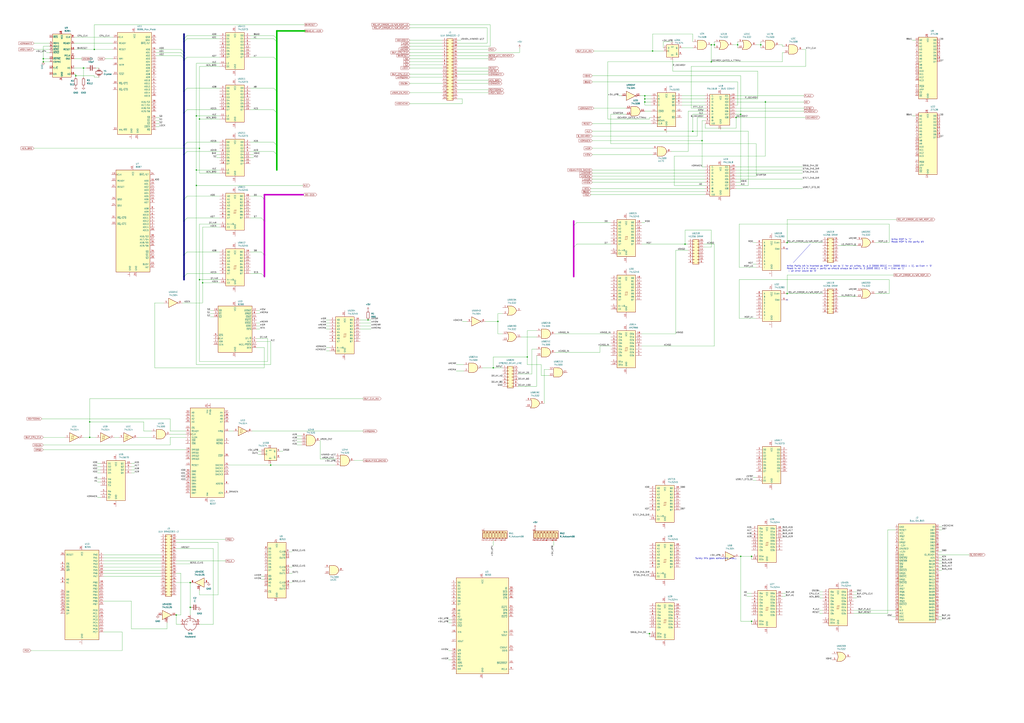
<source format=kicad_sch>
(kicad_sch (version 20231120) (generator "eeschema") (generator_version "8.0")
  (paper "A1")
  (lib_symbols
    (symbol "74xx:74LS00" (pin_names (offset 1.016))
      (property "Reference" "U" (at 0 1.27 0))
      (property "Value" "74LS00" (at 0 -1.27 0))
      (symbol "74LS00_1_1"
        (pin input line (at -7.62 2.54 0) (length 3.81) (name "~") (number "1"))
        (pin input line (at -7.62 -2.54 0) (length 3.81) (name "~") (number "2"))
        (pin output inverted (at 7.62 0 180) (length 3.81) (name "~") (number "3"))
      )
      (symbol "74LS00_1_2"
        (pin input inverted (at -7.62 2.54 0) (length 4.318) (name "~") (number "1"))
        (pin input inverted (at -7.62 -2.54 0) (length 4.318) (name "~") (number "2"))
        (pin output line (at 7.62 0 180) (length 3.81) (name "~") (number "3"))
      )
      (symbol "74LS00_2_1"
        (pin input line (at -7.62 2.54 0) (length 3.81) (name "~") (number "4"))
        (pin input line (at -7.62 -2.54 0) (length 3.81) (name "~") (number "5"))
        (pin output inverted (at 7.62 0 180) (length 3.81) (name "~") (number "6"))
      )
      (symbol "74LS00_2_2"
        (pin input inverted (at -7.62 2.54 0) (length 4.318) (name "~") (number "4"))
        (pin input inverted (at -7.62 -2.54 0) (length 4.318) (name "~") (number "5"))
        (pin output line (at 7.62 0 180) (length 3.81) (name "~") (number "6"))
      )
      (symbol "74LS00_3_1"
        (pin input line (at -7.62 -2.54 0) (length 3.81) (name "~") (number "10"))
        (pin output inverted (at 7.62 0 180) (length 3.81) (name "~") (number "8"))
        (pin input line (at -7.62 2.54 0) (length 3.81) (name "~") (number "9"))
      )
      (symbol "74LS00_3_2"
        (pin input inverted (at -7.62 -2.54 0) (length 4.318) (name "~") (number "10"))
        (pin output line (at 7.62 0 180) (length 3.81) (name "~") (number "8"))
        (pin input inverted (at -7.62 2.54 0) (length 4.318) (name "~") (number "9"))
      )
      (symbol "74LS00_4_1"
        (pin output inverted (at 7.62 0 180) (length 3.81) (name "~") (number "11"))
        (pin input line (at -7.62 2.54 0) (length 3.81) (name "~") (number "12"))
        (pin input line (at -7.62 -2.54 0) (length 3.81) (name "~") (number "13"))
      )
      (symbol "74LS00_4_2"
        (pin output line (at 7.62 0 180) (length 3.81) (name "~") (number "11"))
        (pin input inverted (at -7.62 2.54 0) (length 4.318) (name "~") (number "12"))
        (pin input inverted (at -7.62 -2.54 0) (length 4.318) (name "~") (number "13"))
      )
      (symbol "74LS00_5_0"
        (pin power_in line (at 0 12.7 270) (length 5.08) (name "VCC") (number "14"))
        (pin power_in line (at 0 -12.7 90) (length 5.08) (name "GND") (number "7"))
      )
    )
    (symbol "74xx:74LS04"
      (property "Reference" "U" (at 0 1.27 0))
      (property "Value" "74LS04" (at 0 -1.27 0))
      (symbol "74LS04_1_0"
        (pin input line (at -7.62 0 0) (length 3.81) (name "~") (number "1"))
        (pin output inverted (at 7.62 0 180) (length 3.81) (name "~") (number "2"))
      )
      (symbol "74LS04_2_0"
        (pin input line (at -7.62 0 0) (length 3.81) (name "~") (number "3"))
        (pin output inverted (at 7.62 0 180) (length 3.81) (name "~") (number "4"))
      )
      (symbol "74LS04_3_0"
        (pin input line (at -7.62 0 0) (length 3.81) (name "~") (number "5"))
        (pin output inverted (at 7.62 0 180) (length 3.81) (name "~") (number "6"))
      )
      (symbol "74LS04_4_0"
        (pin output inverted (at 7.62 0 180) (length 3.81) (name "~") (number "8"))
        (pin input line (at -7.62 0 0) (length 3.81) (name "~") (number "9"))
      )
      (symbol "74LS04_5_0"
        (pin output inverted (at 7.62 0 180) (length 3.81) (name "~") (number "10"))
        (pin input line (at -7.62 0 0) (length 3.81) (name "~") (number "11"))
      )
      (symbol "74LS04_6_0"
        (pin output inverted (at 7.62 0 180) (length 3.81) (name "~") (number "12"))
        (pin input line (at -7.62 0 0) (length 3.81) (name "~") (number "13"))
      )
      (symbol "74LS04_7_0"
        (pin power_in line (at 0 12.7 270) (length 5.08) (name "VCC") (number "14"))
        (pin power_in line (at 0 -12.7 90) (length 5.08) (name "GND") (number "7"))
      )
    )
    (symbol "74xx:74LS08" (pin_names (offset 1.016))
      (property "Reference" "U" (at 0 1.27 0))
      (property "Value" "74LS08" (at 0 -1.27 0))
      (symbol "74LS08_1_1"
        (pin input line (at -7.62 2.54 0) (length 3.81) (name "~") (number "1"))
        (pin input line (at -7.62 -2.54 0) (length 3.81) (name "~") (number "2"))
        (pin output line (at 7.62 0 180) (length 3.81) (name "~") (number "3"))
      )
      (symbol "74LS08_1_2"
        (pin input inverted (at -7.62 2.54 0) (length 4.318) (name "~") (number "1"))
        (pin input inverted (at -7.62 -2.54 0) (length 4.318) (name "~") (number "2"))
        (pin output inverted (at 7.62 0 180) (length 3.81) (name "~") (number "3"))
      )
      (symbol "74LS08_2_1"
        (pin input line (at -7.62 2.54 0) (length 3.81) (name "~") (number "4"))
        (pin input line (at -7.62 -2.54 0) (length 3.81) (name "~") (number "5"))
        (pin output line (at 7.62 0 180) (length 3.81) (name "~") (number "6"))
      )
      (symbol "74LS08_2_2"
        (pin input inverted (at -7.62 2.54 0) (length 4.318) (name "~") (number "4"))
        (pin input inverted (at -7.62 -2.54 0) (length 4.318) (name "~") (number "5"))
        (pin output inverted (at 7.62 0 180) (length 3.81) (name "~") (number "6"))
      )
      (symbol "74LS08_3_1"
        (pin input line (at -7.62 -2.54 0) (length 3.81) (name "~") (number "10"))
        (pin output line (at 7.62 0 180) (length 3.81) (name "~") (number "8"))
        (pin input line (at -7.62 2.54 0) (length 3.81) (name "~") (number "9"))
      )
      (symbol "74LS08_3_2"
        (pin input inverted (at -7.62 -2.54 0) (length 4.318) (name "~") (number "10"))
        (pin output inverted (at 7.62 0 180) (length 3.81) (name "~") (number "8"))
        (pin input inverted (at -7.62 2.54 0) (length 4.318) (name "~") (number "9"))
      )
      (symbol "74LS08_4_1"
        (pin output line (at 7.62 0 180) (length 3.81) (name "~") (number "11"))
        (pin input line (at -7.62 2.54 0) (length 3.81) (name "~") (number "12"))
        (pin input line (at -7.62 -2.54 0) (length 3.81) (name "~") (number "13"))
      )
      (symbol "74LS08_4_2"
        (pin output inverted (at 7.62 0 180) (length 3.81) (name "~") (number "11"))
        (pin input inverted (at -7.62 2.54 0) (length 4.318) (name "~") (number "12"))
        (pin input inverted (at -7.62 -2.54 0) (length 4.318) (name "~") (number "13"))
      )
      (symbol "74LS08_5_0"
        (pin power_in line (at 0 12.7 270) (length 5.08) (name "VCC") (number "14"))
        (pin power_in line (at 0 -12.7 90) (length 5.08) (name "GND") (number "7"))
      )
    )
    (symbol "74xx:74LS125" (pin_names (offset 1.016))
      (property "Reference" "U" (at 0 1.27 0))
      (property "Value" "74LS125" (at 0 -1.27 0))
      (symbol "74LS125_1_0"
        (pin input inverted (at 0 -6.35 90) (length 4.445) (name "~") (number "1"))
        (pin input line (at -7.62 0 0) (length 3.81) (name "~") (number "2"))
        (pin tri_state line (at 7.62 0 180) (length 3.81) (name "~") (number "3"))
      )
      (symbol "74LS125_2_0"
        (pin input inverted (at 0 -6.35 90) (length 4.445) (name "~") (number "4"))
        (pin input line (at -7.62 0 0) (length 3.81) (name "~") (number "5"))
        (pin tri_state line (at 7.62 0 180) (length 3.81) (name "~") (number "6"))
      )
      (symbol "74LS125_3_0"
        (pin input inverted (at 0 -6.35 90) (length 4.445) (name "~") (number "10"))
        (pin tri_state line (at 7.62 0 180) (length 3.81) (name "~") (number "8"))
        (pin input line (at -7.62 0 0) (length 3.81) (name "~") (number "9"))
      )
      (symbol "74LS125_4_0"
        (pin tri_state line (at 7.62 0 180) (length 3.81) (name "~") (number "11"))
        (pin input line (at -7.62 0 0) (length 3.81) (name "~") (number "12"))
        (pin input inverted (at 0 -6.35 90) (length 4.445) (name "~") (number "13"))
      )
      (symbol "74LS125_5_0"
        (pin power_in line (at 0 12.7 270) (length 5.08) (name "VCC") (number "14"))
        (pin power_in line (at 0 -12.7 90) (length 5.08) (name "GND") (number "7"))
      )
    )
    (symbol "74xx:74LS14" (pin_names (offset 1.016))
      (property "Reference" "U" (at 0 1.27 0))
      (property "Value" "74LS14" (at 0 -1.27 0))
      (symbol "74LS14_1_0"
        (pin input line (at -7.62 0 0) (length 3.81) (name "~") (number "1"))
        (pin output inverted (at 7.62 0 180) (length 3.81) (name "~") (number "2"))
      )
      (symbol "74LS14_2_0"
        (pin input line (at -7.62 0 0) (length 3.81) (name "~") (number "3"))
        (pin output inverted (at 7.62 0 180) (length 3.81) (name "~") (number "4"))
      )
      (symbol "74LS14_3_0"
        (pin input line (at -7.62 0 0) (length 3.81) (name "~") (number "5"))
        (pin output inverted (at 7.62 0 180) (length 3.81) (name "~") (number "6"))
      )
      (symbol "74LS14_4_0"
        (pin output inverted (at 7.62 0 180) (length 3.81) (name "~") (number "8"))
        (pin input line (at -7.62 0 0) (length 3.81) (name "~") (number "9"))
      )
      (symbol "74LS14_5_0"
        (pin output inverted (at 7.62 0 180) (length 3.81) (name "~") (number "10"))
        (pin input line (at -7.62 0 0) (length 3.81) (name "~") (number "11"))
      )
      (symbol "74LS14_6_0"
        (pin output inverted (at 7.62 0 180) (length 3.81) (name "~") (number "12"))
        (pin input line (at -7.62 0 0) (length 3.81) (name "~") (number "13"))
      )
      (symbol "74LS14_7_0"
        (pin power_in line (at 0 12.7 270) (length 5.08) (name "VCC") (number "14"))
        (pin power_in line (at 0 -12.7 90) (length 5.08) (name "GND") (number "7"))
      )
    )
    (symbol "74xx:74LS193"
      (property "Reference" "U" (at -7.62 13.97 0))
      (property "Value" "74LS193" (at 5.08 13.97 0))
      (symbol "74LS193_1_0"
        (pin input line (at -12.7 7.62 0) (length 5.08) (name "B") (number "1"))
        (pin input line (at -12.7 5.08 0) (length 5.08) (name "C") (number "10"))
        (pin input line (at -12.7 -2.54 0) (length 5.08) (name "~{LOAD}") (number "11"))
        (pin output line (at 12.7 -2.54 180) (length 5.08) (name "~{CO}") (number "12"))
        (pin output line (at 12.7 -7.62 180) (length 5.08) (name "~{BO}") (number "13"))
        (pin input line (at -12.7 -12.7 0) (length 5.08) (name "CLR") (number "14"))
        (pin input line (at -12.7 10.16 0) (length 5.08) (name "A") (number "15"))
        (pin power_in line (at 0 17.78 270) (length 5.08) (name "VCC") (number "16"))
        (pin output line (at 12.7 7.62 180) (length 5.08) (name "QB") (number "2"))
        (pin output line (at 12.7 10.16 180) (length 5.08) (name "QA") (number "3"))
        (pin input clock (at -12.7 -10.16 0) (length 5.08) (name "DOWN") (number "4"))
        (pin input clock (at -12.7 -7.62 0) (length 5.08) (name "UP") (number "5"))
        (pin output line (at 12.7 5.08 180) (length 5.08) (name "QC") (number "6"))
        (pin output line (at 12.7 2.54 180) (length 5.08) (name "QD") (number "7"))
        (pin power_in line (at 0 -20.32 90) (length 5.08) (name "GND") (number "8"))
        (pin input line (at -12.7 2.54 0) (length 5.08) (name "D") (number "9"))
      )
    )
    (symbol "74xx:74LS20" (pin_names (offset 1.016))
      (property "Reference" "U" (at 0 1.27 0))
      (property "Value" "74LS20" (at 0 -1.27 0))
      (symbol "74LS20_1_1"
        (pin input line (at -7.62 3.81 0) (length 3.81) (name "~") (number "1"))
        (pin input line (at -7.62 1.27 0) (length 3.81) (name "~") (number "2"))
        (pin input line (at -7.62 -1.27 0) (length 3.81) (name "~") (number "4"))
        (pin input line (at -7.62 -3.81 0) (length 3.81) (name "~") (number "5"))
        (pin output inverted (at 7.62 0 180) (length 3.81) (name "~") (number "6"))
      )
      (symbol "74LS20_1_2"
        (pin input inverted (at -7.62 3.81 0) (length 3.81) (name "~") (number "1"))
        (pin input inverted (at -7.62 1.27 0) (length 4.826) (name "~") (number "2"))
        (pin input inverted (at -7.62 -1.27 0) (length 4.826) (name "~") (number "4"))
        (pin input inverted (at -7.62 -3.81 0) (length 3.81) (name "~") (number "5"))
        (pin output line (at 7.62 0 180) (length 3.81) (name "~") (number "6"))
      )
      (symbol "74LS20_2_1"
        (pin input line (at -7.62 1.27 0) (length 3.81) (name "~") (number "10"))
        (pin input line (at -7.62 -1.27 0) (length 3.81) (name "~") (number "12"))
        (pin input line (at -7.62 -3.81 0) (length 3.81) (name "~") (number "13"))
        (pin output inverted (at 7.62 0 180) (length 3.81) (name "~") (number "8"))
        (pin input line (at -7.62 3.81 0) (length 3.81) (name "~") (number "9"))
      )
      (symbol "74LS20_2_2"
        (pin input inverted (at -7.62 1.27 0) (length 4.826) (name "~") (number "10"))
        (pin input inverted (at -7.62 -1.27 0) (length 4.826) (name "~") (number "12"))
        (pin input inverted (at -7.62 -3.81 0) (length 3.81) (name "~") (number "13"))
        (pin output line (at 7.62 0 180) (length 3.81) (name "~") (number "8"))
        (pin input inverted (at -7.62 3.81 0) (length 3.81) (name "~") (number "9"))
      )
      (symbol "74LS20_3_0"
        (pin power_in line (at 0 12.7 270) (length 5.08) (name "VCC") (number "14"))
        (pin power_in line (at 0 -12.7 90) (length 5.08) (name "GND") (number "7"))
      )
    )
    (symbol "74xx:74LS241" (pin_names (offset 1.016))
      (property "Reference" "U" (at -7.62 16.51 0))
      (property "Value" "74LS241" (at -7.62 -16.51 0))
      (symbol "74LS241_1_0"
        (pin input inverted (at -12.7 -10.16 0) (length 5.08) (name "OEa") (number "1"))
        (pin power_in line (at 0 -20.32 90) (length 5.08) (name "GND") (number "10"))
        (pin input line (at -12.7 2.54 0) (length 5.08) (name "I0b") (number "11"))
        (pin tri_state line (at 12.7 5.08 180) (length 5.08) (name "O3a") (number "12"))
        (pin input line (at -12.7 0 0) (length 5.08) (name "I1b") (number "13"))
        (pin tri_state line (at 12.7 7.62 180) (length 5.08) (name "O2a") (number "14"))
        (pin input line (at -12.7 -2.54 0) (length 5.08) (name "I2b") (number "15"))
        (pin tri_state line (at 12.7 10.16 180) (length 5.08) (name "O1a") (number "16"))
        (pin input line (at -12.7 -5.08 0) (length 5.08) (name "I3b") (number "17"))
        (pin tri_state line (at 12.7 12.7 180) (length 5.08) (name "O0a") (number "18"))
        (pin input line (at -12.7 -12.7 0) (length 5.08) (name "OEb") (number "19"))
        (pin input line (at -12.7 12.7 0) (length 5.08) (name "I0a") (number "2"))
        (pin power_in line (at 0 20.32 270) (length 5.08) (name "VCC") (number "20"))
        (pin tri_state line (at 12.7 -5.08 180) (length 5.08) (name "O3b") (number "3"))
        (pin input line (at -12.7 10.16 0) (length 5.08) (name "I1a") (number "4"))
        (pin tri_state line (at 12.7 -2.54 180) (length 5.08) (name "O2b") (number "5"))
        (pin input line (at -12.7 7.62 0) (length 5.08) (name "I2a") (number "6"))
        (pin tri_state line (at 12.7 0 180) (length 5.08) (name "O1b") (number "7"))
        (pin input line (at -12.7 5.08 0) (length 5.08) (name "I3a") (number "8"))
        (pin tri_state line (at 12.7 2.54 180) (length 5.08) (name "O0b") (number "9"))
      )
    )
    (symbol "74xx:74LS244" (pin_names (offset 1.016))
      (property "Reference" "U" (at -7.62 16.51 0))
      (property "Value" "74LS244" (at -7.62 -16.51 0))
      (symbol "74LS244_1_0"
        (pin input inverted (at -12.7 -10.16 0) (length 5.08) (name "OEa") (number "1"))
        (pin power_in line (at 0 -20.32 90) (length 5.08) (name "GND") (number "10"))
        (pin input line (at -12.7 2.54 0) (length 5.08) (name "I0b") (number "11"))
        (pin tri_state line (at 12.7 5.08 180) (length 5.08) (name "O3a") (number "12"))
        (pin input line (at -12.7 0 0) (length 5.08) (name "I1b") (number "13"))
        (pin tri_state line (at 12.7 7.62 180) (length 5.08) (name "O2a") (number "14"))
        (pin input line (at -12.7 -2.54 0) (length 5.08) (name "I2b") (number "15"))
        (pin tri_state line (at 12.7 10.16 180) (length 5.08) (name "O1a") (number "16"))
        (pin input line (at -12.7 -5.08 0) (length 5.08) (name "I3b") (number "17"))
        (pin tri_state line (at 12.7 12.7 180) (length 5.08) (name "O0a") (number "18"))
        (pin input inverted (at -12.7 -12.7 0) (length 5.08) (name "OEb") (number "19"))
        (pin input line (at -12.7 12.7 0) (length 5.08) (name "I0a") (number "2"))
        (pin power_in line (at 0 20.32 270) (length 5.08) (name "VCC") (number "20"))
        (pin tri_state line (at 12.7 -5.08 180) (length 5.08) (name "O3b") (number "3"))
        (pin input line (at -12.7 10.16 0) (length 5.08) (name "I1a") (number "4"))
        (pin tri_state line (at 12.7 -2.54 180) (length 5.08) (name "O2b") (number "5"))
        (pin input line (at -12.7 7.62 0) (length 5.08) (name "I2a") (number "6"))
        (pin tri_state line (at 12.7 0 180) (length 5.08) (name "O1b") (number "7"))
        (pin input line (at -12.7 5.08 0) (length 5.08) (name "I3a") (number "8"))
        (pin tri_state line (at 12.7 2.54 180) (length 5.08) (name "O0b") (number "9"))
      )
    )
    (symbol "74xx:74LS245" (pin_names (offset 1.016))
      (property "Reference" "U" (at -7.62 16.51 0))
      (property "Value" "74LS245" (at -7.62 -16.51 0))
      (symbol "74LS245_1_0"
        (pin input line (at -12.7 -10.16 0) (length 5.08) (name "A->B") (number "1"))
        (pin power_in line (at 0 -20.32 90) (length 5.08) (name "GND") (number "10"))
        (pin tri_state line (at 12.7 -5.08 180) (length 5.08) (name "B7") (number "11"))
        (pin tri_state line (at 12.7 -2.54 180) (length 5.08) (name "B6") (number "12"))
        (pin tri_state line (at 12.7 0 180) (length 5.08) (name "B5") (number "13"))
        (pin tri_state line (at 12.7 2.54 180) (length 5.08) (name "B4") (number "14"))
        (pin tri_state line (at 12.7 5.08 180) (length 5.08) (name "B3") (number "15"))
        (pin tri_state line (at 12.7 7.62 180) (length 5.08) (name "B2") (number "16"))
        (pin tri_state line (at 12.7 10.16 180) (length 5.08) (name "B1") (number "17"))
        (pin tri_state line (at 12.7 12.7 180) (length 5.08) (name "B0") (number "18"))
        (pin input inverted (at -12.7 -12.7 0) (length 5.08) (name "CE") (number "19"))
        (pin tri_state line (at -12.7 12.7 0) (length 5.08) (name "A0") (number "2"))
        (pin power_in line (at 0 20.32 270) (length 5.08) (name "VCC") (number "20"))
        (pin tri_state line (at -12.7 10.16 0) (length 5.08) (name "A1") (number "3"))
        (pin tri_state line (at -12.7 7.62 0) (length 5.08) (name "A2") (number "4"))
        (pin tri_state line (at -12.7 5.08 0) (length 5.08) (name "A3") (number "5"))
        (pin tri_state line (at -12.7 2.54 0) (length 5.08) (name "A4") (number "6"))
        (pin tri_state line (at -12.7 0 0) (length 5.08) (name "A5") (number "7"))
        (pin tri_state line (at -12.7 -2.54 0) (length 5.08) (name "A6") (number "8"))
        (pin tri_state line (at -12.7 -5.08 0) (length 5.08) (name "A7") (number "9"))
      )
    )
    (symbol "74xx:74LS280" (pin_names (offset 1.016))
      (property "Reference" "U" (at -7.62 13.97 0))
      (property "Value" "74LS280" (at -7.62 -13.97 0))
      (symbol "74LS280_1_0"
        (pin input line (at -12.7 -5.08 0) (length 5.08) (name "G") (number "1"))
        (pin input line (at -12.7 5.08 0) (length 5.08) (name "C") (number "10"))
        (pin input line (at -12.7 2.54 0) (length 5.08) (name "D") (number "11"))
        (pin input line (at -12.7 0 0) (length 5.08) (name "E") (number "12"))
        (pin input line (at -12.7 -2.54 0) (length 5.08) (name "F") (number "13"))
        (pin power_in line (at 0 17.78 270) (length 5.08) (name "VCC") (number "14"))
        (pin input line (at -12.7 -7.62 0) (length 5.08) (name "H") (number "2"))
        (pin input line (at -12.7 -10.16 0) (length 5.08) (name "I") (number "4"))
        (pin output line (at 12.7 10.16 180) (length 5.08) (name "Even") (number "5"))
        (pin output line (at 12.7 5.08 180) (length 5.08) (name "Odd") (number "6"))
        (pin power_in line (at 0 -17.78 90) (length 5.08) (name "GND") (number "7"))
        (pin input line (at -12.7 10.16 0) (length 5.08) (name "A") (number "8"))
        (pin input line (at -12.7 7.62 0) (length 5.08) (name "B") (number "9"))
      )
      (symbol "74LS280_1_1"
        (pin no_connect line (at 7.62 0 180) (length 2.54) hide (name "NC") (number "3"))
      )
    )
    (symbol "74xx:74LS32" (pin_names (offset 1.016))
      (property "Reference" "U" (at 0 1.27 0))
      (property "Value" "74LS32" (at 0 -1.27 0))
      (symbol "74LS32_1_1"
        (pin input line (at -7.62 2.54 0) (length 4.318) (name "~") (number "1"))
        (pin input line (at -7.62 -2.54 0) (length 4.318) (name "~") (number "2"))
        (pin output line (at 7.62 0 180) (length 3.81) (name "~") (number "3"))
      )
      (symbol "74LS32_1_2"
        (pin input inverted (at -7.62 2.54 0) (length 3.81) (name "~") (number "1"))
        (pin input inverted (at -7.62 -2.54 0) (length 3.81) (name "~") (number "2"))
        (pin output inverted (at 7.62 0 180) (length 3.81) (name "~") (number "3"))
      )
      (symbol "74LS32_2_1"
        (pin input line (at -7.62 2.54 0) (length 4.318) (name "~") (number "4"))
        (pin input line (at -7.62 -2.54 0) (length 4.318) (name "~") (number "5"))
        (pin output line (at 7.62 0 180) (length 3.81) (name "~") (number "6"))
      )
      (symbol "74LS32_2_2"
        (pin input inverted (at -7.62 2.54 0) (length 3.81) (name "~") (number "4"))
        (pin input inverted (at -7.62 -2.54 0) (length 3.81) (name "~") (number "5"))
        (pin output inverted (at 7.62 0 180) (length 3.81) (name "~") (number "6"))
      )
      (symbol "74LS32_3_1"
        (pin input line (at -7.62 -2.54 0) (length 4.318) (name "~") (number "10"))
        (pin output line (at 7.62 0 180) (length 3.81) (name "~") (number "8"))
        (pin input line (at -7.62 2.54 0) (length 4.318) (name "~") (number "9"))
      )
      (symbol "74LS32_3_2"
        (pin input inverted (at -7.62 -2.54 0) (length 3.81) (name "~") (number "10"))
        (pin output inverted (at 7.62 0 180) (length 3.81) (name "~") (number "8"))
        (pin input inverted (at -7.62 2.54 0) (length 3.81) (name "~") (number "9"))
      )
      (symbol "74LS32_4_1"
        (pin output line (at 7.62 0 180) (length 3.81) (name "~") (number "11"))
        (pin input line (at -7.62 2.54 0) (length 4.318) (name "~") (number "12"))
        (pin input line (at -7.62 -2.54 0) (length 4.318) (name "~") (number "13"))
      )
      (symbol "74LS32_4_2"
        (pin output inverted (at 7.62 0 180) (length 3.81) (name "~") (number "11"))
        (pin input inverted (at -7.62 2.54 0) (length 3.81) (name "~") (number "12"))
        (pin input inverted (at -7.62 -2.54 0) (length 3.81) (name "~") (number "13"))
      )
      (symbol "74LS32_5_0"
        (pin power_in line (at 0 12.7 270) (length 5.08) (name "VCC") (number "14"))
        (pin power_in line (at 0 -12.7 90) (length 5.08) (name "GND") (number "7"))
      )
    )
    (symbol "74xx:74LS373"
      (property "Reference" "U" (at -7.62 16.51 0))
      (property "Value" "74LS373" (at -7.62 -16.51 0))
      (symbol "74LS373_1_0"
        (pin input inverted (at -12.7 -12.7 0) (length 5.08) (name "OE") (number "1"))
        (pin power_in line (at 0 -20.32 90) (length 5.08) (name "GND") (number "10"))
        (pin input line (at -12.7 -10.16 0) (length 5.08) (name "LE") (number "11"))
        (pin tri_state line (at 12.7 2.54 180) (length 5.08) (name "O4") (number "12"))
        (pin input line (at -12.7 2.54 0) (length 5.08) (name "D4") (number "13"))
        (pin input line (at -12.7 0 0) (length 5.08) (name "D5") (number "14"))
        (pin tri_state line (at 12.7 0 180) (length 5.08) (name "O5") (number "15"))
        (pin tri_state line (at 12.7 -2.54 180) (length 5.08) (name "O6") (number "16"))
        (pin input line (at -12.7 -2.54 0) (length 5.08) (name "D6") (number "17"))
        (pin input line (at -12.7 -5.08 0) (length 5.08) (name "D7") (number "18"))
        (pin tri_state line (at 12.7 -5.08 180) (length 5.08) (name "O7") (number "19"))
        (pin tri_state line (at 12.7 12.7 180) (length 5.08) (name "O0") (number "2"))
        (pin power_in line (at 0 20.32 270) (length 5.08) (name "VCC") (number "20"))
        (pin input line (at -12.7 12.7 0) (length 5.08) (name "D0") (number "3"))
        (pin input line (at -12.7 10.16 0) (length 5.08) (name "D1") (number "4"))
        (pin tri_state line (at 12.7 10.16 180) (length 5.08) (name "O1") (number "5"))
        (pin tri_state line (at 12.7 7.62 180) (length 5.08) (name "O2") (number "6"))
        (pin input line (at -12.7 7.62 0) (length 5.08) (name "D2") (number "7"))
        (pin input line (at -12.7 5.08 0) (length 5.08) (name "D3") (number "8"))
        (pin tri_state line (at 12.7 5.08 180) (length 5.08) (name "O3") (number "9"))
      )
    )
    (symbol "74xx:74LS670" (pin_names (offset 1.016))
      (property "Reference" "U" (at -7.62 16.51 0))
      (property "Value" "74LS670" (at -7.62 -19.05 0))
      (symbol "74LS670_1_0"
        (pin input line (at -12.7 10.16 0) (length 5.08) (name "D2") (number "1"))
        (pin tri_state line (at 12.7 12.7 180) (length 5.08) (name "Q1") (number "10"))
        (pin input line (at -12.7 -15.24 0) (length 5.08) (name "~{Er}") (number "11"))
        (pin input line (at -12.7 -5.08 0) (length 5.08) (name "~{Ew}") (number "12"))
        (pin input line (at -12.7 -2.54 0) (length 5.08) (name "Wb") (number "13"))
        (pin input line (at -12.7 0 0) (length 5.08) (name "Wa") (number "14"))
        (pin input line (at -12.7 12.7 0) (length 5.08) (name "D1") (number "15"))
        (pin power_in line (at 0 20.32 270) (length 5.08) (name "VCC") (number "16"))
        (pin input line (at -12.7 7.62 0) (length 5.08) (name "D3") (number "2"))
        (pin input line (at -12.7 5.08 0) (length 5.08) (name "D4") (number "3"))
        (pin input line (at -12.7 -12.7 0) (length 5.08) (name "Rb") (number "4"))
        (pin input line (at -12.7 -10.16 0) (length 5.08) (name "Ra") (number "5"))
        (pin tri_state line (at 12.7 5.08 180) (length 5.08) (name "Q4") (number "6"))
        (pin tri_state line (at 12.7 7.62 180) (length 5.08) (name "Q3") (number "7"))
        (pin power_in line (at 0 -22.86 90) (length 5.08) (name "GND") (number "8"))
        (pin tri_state line (at 12.7 10.16 180) (length 5.08) (name "Q2") (number "9"))
      )
    )
    (symbol "74xx:74LS74" (pin_names (offset 1.016))
      (property "Reference" "U" (at -7.62 8.89 0))
      (property "Value" "74LS74" (at -7.62 -8.89 0))
      (symbol "74LS74_1_0"
        (pin input line (at 0 -7.62 90) (length 2.54) (name "~{R}") (number "1"))
        (pin input line (at -7.62 2.54 0) (length 2.54) (name "D") (number "2"))
        (pin input clock (at -7.62 0 0) (length 2.54) (name "C") (number "3"))
        (pin input line (at 0 7.62 270) (length 2.54) (name "~{S}") (number "4"))
        (pin output line (at 7.62 2.54 180) (length 2.54) (name "Q") (number "5"))
        (pin output line (at 7.62 -2.54 180) (length 2.54) (name "~{Q}") (number "6"))
      )
      (symbol "74LS74_2_0"
        (pin input line (at 0 7.62 270) (length 2.54) (name "~{S}") (number "10"))
        (pin input clock (at -7.62 0 0) (length 2.54) (name "C") (number "11"))
        (pin input line (at -7.62 2.54 0) (length 2.54) (name "D") (number "12"))
        (pin input line (at 0 -7.62 90) (length 2.54) (name "~{R}") (number "13"))
        (pin output line (at 7.62 -2.54 180) (length 2.54) (name "~{Q}") (number "8"))
        (pin output line (at 7.62 2.54 180) (length 2.54) (name "Q") (number "9"))
      )
      (symbol "74LS74_3_0"
        (pin power_in line (at 0 10.16 270) (length 2.54) (name "VCC") (number "14"))
        (pin power_in line (at 0 -10.16 90) (length 2.54) (name "GND") (number "7"))
      )
    )
    (symbol "Connector:Bus_ISA_8bit"
      (property "Reference" "J" (at 0 42.545 0))
      (property "Value" "Bus_ISA_8bit" (at 0 -42.545 0))
      (symbol "Bus_ISA_8bit_1_1"
        (pin power_in line (at -17.78 38.1 0) (length 2.54) (name "GND") (number "1"))
        (pin power_in line (at -17.78 15.24 0) (length 2.54) (name "GND") (number "10"))
        (pin output line (at -17.78 12.7 0) (length 2.54) (name "~{SMEMW}") (number "11"))
        (pin output line (at -17.78 10.16 0) (length 2.54) (name "~{SMEMR}") (number "12"))
        (pin output line (at -17.78 7.62 0) (length 2.54) (name "~{IOW}") (number "13"))
        (pin output line (at -17.78 5.08 0) (length 2.54) (name "~{IOR}") (number "14"))
        (pin passive line (at -17.78 2.54 0) (length 2.54) (name "~{DACK3}") (number "15"))
        (pin passive line (at -17.78 0 0) (length 2.54) (name "DRQ3") (number "16"))
        (pin passive line (at -17.78 -2.54 0) (length 2.54) (name "~{DACK1}") (number "17"))
        (pin passive line (at -17.78 -5.08 0) (length 2.54) (name "DRQ1") (number "18"))
        (pin passive line (at -17.78 -7.62 0) (length 2.54) (name "~{DACK0}") (number "19"))
        (pin output line (at -17.78 35.56 0) (length 2.54) (name "RESET") (number "2"))
        (pin output line (at -17.78 -10.16 0) (length 2.54) (name "CLK") (number "20"))
        (pin passive line (at -17.78 -12.7 0) (length 2.54) (name "IRQ7") (number "21"))
        (pin passive line (at -17.78 -15.24 0) (length 2.54) (name "IRQ6") (number "22"))
        (pin passive line (at -17.78 -17.78 0) (length 2.54) (name "IRQ5") (number "23"))
        (pin passive line (at -17.78 -20.32 0) (length 2.54) (name "IRQ4") (number "24"))
        (pin passive line (at -17.78 -22.86 0) (length 2.54) (name "IRQ3") (number "25"))
        (pin passive line (at -17.78 -25.4 0) (length 2.54) (name "~{DACK2}") (number "26"))
        (pin passive line (at -17.78 -27.94 0) (length 2.54) (name "TC") (number "27"))
        (pin output line (at -17.78 -30.48 0) (length 2.54) (name "ALE") (number "28"))
        (pin power_in line (at -17.78 -33.02 0) (length 2.54) (name "VCC") (number "29"))
        (pin power_in line (at -17.78 33.02 0) (length 2.54) (name "VCC") (number "3"))
        (pin output line (at -17.78 -35.56 0) (length 2.54) (name "OSC") (number "30"))
        (pin power_in line (at -17.78 -38.1 0) (length 2.54) (name "GND") (number "31"))
        (pin passive line (at 17.78 38.1 180) (length 2.54) (name "IO") (number "32"))
        (pin tri_state line (at 17.78 35.56 180) (length 2.54) (name "DB7") (number "33"))
        (pin tri_state line (at 17.78 33.02 180) (length 2.54) (name "DB6") (number "34"))
        (pin tri_state line (at 17.78 30.48 180) (length 2.54) (name "DB5") (number "35"))
        (pin tri_state line (at 17.78 27.94 180) (length 2.54) (name "DB4") (number "36"))
        (pin tri_state line (at 17.78 25.4 180) (length 2.54) (name "DB3") (number "37"))
        (pin tri_state line (at 17.78 22.86 180) (length 2.54) (name "DB2") (number "38"))
        (pin tri_state line (at 17.78 20.32 180) (length 2.54) (name "DB1") (number "39"))
        (pin passive line (at -17.78 30.48 0) (length 2.54) (name "IRQ2") (number "4"))
        (pin tri_state line (at 17.78 17.78 180) (length 2.54) (name "DB0") (number "40"))
        (pin passive line (at 17.78 15.24 180) (length 2.54) (name "IO_READY") (number "41"))
        (pin output line (at 17.78 12.7 180) (length 2.54) (name "AEN") (number "42"))
        (pin tri_state line (at 17.78 10.16 180) (length 2.54) (name "BA19") (number "43"))
        (pin tri_state line (at 17.78 7.62 180) (length 2.54) (name "BA18") (number "44"))
        (pin tri_state line (at 17.78 5.08 180) (length 2.54) (name "BA17") (number "45"))
        (pin tri_state line (at 17.78 2.54 180) (length 2.54) (name "BA16") (number "46"))
        (pin tri_state line (at 17.78 0 180) (length 2.54) (name "BA15") (number "47"))
        (pin tri_state line (at 17.78 -2.54 180) (length 2.54) (name "BA14") (number "48"))
        (pin tri_state line (at 17.78 -5.08 180) (length 2.54) (name "BA13") (number "49"))
        (pin power_in line (at -17.78 27.94 0) (length 2.54) (name "-5V") (number "5"))
        (pin tri_state line (at 17.78 -7.62 180) (length 2.54) (name "BA12") (number "50"))
        (pin tri_state line (at 17.78 -10.16 180) (length 2.54) (name "BA11") (number "51"))
        (pin tri_state line (at 17.78 -12.7 180) (length 2.54) (name "BA10") (number "52"))
        (pin tri_state line (at 17.78 -15.24 180) (length 2.54) (name "BA09") (number "53"))
        (pin tri_state line (at 17.78 -17.78 180) (length 2.54) (name "BA08") (number "54"))
        (pin tri_state line (at 17.78 -20.32 180) (length 2.54) (name "BA07") (number "55"))
        (pin tri_state line (at 17.78 -22.86 180) (length 2.54) (name "BA06") (number "56"))
        (pin tri_state line (at 17.78 -25.4 180) (length 2.54) (name "BA05") (number "57"))
        (pin tri_state line (at 17.78 -27.94 180) (length 2.54) (name "BA04") (number "58"))
        (pin tri_state line (at 17.78 -30.48 180) (length 2.54) (name "BA03") (number "59"))
        (pin passive line (at -17.78 25.4 0) (length 2.54) (name "DRQ2") (number "6"))
        (pin tri_state line (at 17.78 -33.02 180) (length 2.54) (name "BA02") (number "60"))
        (pin tri_state line (at 17.78 -35.56 180) (length 2.54) (name "BA01") (number "61"))
        (pin tri_state line (at 17.78 -38.1 180) (length 2.54) (name "BA00") (number "62"))
        (pin power_in line (at -17.78 22.86 0) (length 2.54) (name "-12V") (number "7"))
        (pin passive line (at -17.78 20.32 0) (length 2.54) (name "UNUSED") (number "8"))
        (pin power_in line (at -17.78 17.78 0) (length 2.54) (name "+12V") (number "9"))
      )
    )
    (symbol "Connector:DIN-5_180degree" (pin_names (offset 1.016))
      (property "Reference" "J" (at 3.175 5.715 0))
      (property "Value" "DIN-5_180degree" (at 0 -6.35 0))
      (symbol "DIN-5_180degree_1_1"
        (pin passive line (at -7.62 0 0) (length 2.54) (name "~") (number "1"))
        (pin passive line (at 0 7.62 270) (length 2.54) (name "~") (number "2"))
        (pin passive line (at 7.62 0 180) (length 2.54) (name "~") (number "3"))
        (pin passive line (at -7.62 2.54 0) (length 2.54) (name "~") (number "4"))
        (pin passive line (at 7.62 2.54 180) (length 2.54) (name "~") (number "5"))
      )
    )
    (symbol "Connector_Generic:Conn_02x07_Counter_Clockwise" (pin_names (offset 1.016) hide)
      (property "Reference" "J" (at 1.27 10.16 0))
      (property "Value" "Conn_02x07_Counter_Clockwise" (at 1.27 -10.16 0))
      (symbol "Conn_02x07_Counter_Clockwise_1_1"
        (pin passive line (at -5.08 7.62 0) (length 3.81) (name "Pin_1") (number "1"))
        (pin passive line (at 7.62 -2.54 180) (length 3.81) (name "Pin_10") (number "10"))
        (pin passive line (at 7.62 0 180) (length 3.81) (name "Pin_11") (number "11"))
        (pin passive line (at 7.62 2.54 180) (length 3.81) (name "Pin_12") (number "12"))
        (pin passive line (at 7.62 5.08 180) (length 3.81) (name "Pin_13") (number "13"))
        (pin passive line (at 7.62 7.62 180) (length 3.81) (name "Pin_14") (number "14"))
        (pin passive line (at -5.08 5.08 0) (length 3.81) (name "Pin_2") (number "2"))
        (pin passive line (at -5.08 2.54 0) (length 3.81) (name "Pin_3") (number "3"))
        (pin passive line (at -5.08 0 0) (length 3.81) (name "Pin_4") (number "4"))
        (pin passive line (at -5.08 -2.54 0) (length 3.81) (name "Pin_5") (number "5"))
        (pin passive line (at -5.08 -5.08 0) (length 3.81) (name "Pin_6") (number "6"))
        (pin passive line (at -5.08 -7.62 0) (length 3.81) (name "Pin_7") (number "7"))
        (pin passive line (at 7.62 -7.62 180) (length 3.81) (name "Pin_8") (number "8"))
        (pin passive line (at 7.62 -5.08 180) (length 3.81) (name "Pin_9") (number "9"))
      )
    )
    (symbol "Connector_Generic:Conn_02x08_Counter_Clockwise" (pin_names (offset 1.016) hide)
      (property "Reference" "J" (at 1.27 10.16 0))
      (property "Value" "Conn_02x08_Counter_Clockwise" (at 1.27 -12.7 0))
      (symbol "Conn_02x08_Counter_Clockwise_1_1"
        (pin passive line (at -5.08 7.62 0) (length 3.81) (name "Pin_1") (number "1"))
        (pin passive line (at 7.62 -7.62 180) (length 3.81) (name "Pin_10") (number "10"))
        (pin passive line (at 7.62 -5.08 180) (length 3.81) (name "Pin_11") (number "11"))
        (pin passive line (at 7.62 -2.54 180) (length 3.81) (name "Pin_12") (number "12"))
        (pin passive line (at 7.62 0 180) (length 3.81) (name "Pin_13") (number "13"))
        (pin passive line (at 7.62 2.54 180) (length 3.81) (name "Pin_14") (number "14"))
        (pin passive line (at 7.62 5.08 180) (length 3.81) (name "Pin_15") (number "15"))
        (pin passive line (at 7.62 7.62 180) (length 3.81) (name "Pin_16") (number "16"))
        (pin passive line (at -5.08 5.08 0) (length 3.81) (name "Pin_2") (number "2"))
        (pin passive line (at -5.08 2.54 0) (length 3.81) (name "Pin_3") (number "3"))
        (pin passive line (at -5.08 0 0) (length 3.81) (name "Pin_4") (number "4"))
        (pin passive line (at -5.08 -2.54 0) (length 3.81) (name "Pin_5") (number "5"))
        (pin passive line (at -5.08 -5.08 0) (length 3.81) (name "Pin_6") (number "6"))
        (pin passive line (at -5.08 -7.62 0) (length 3.81) (name "Pin_7") (number "7"))
        (pin passive line (at -5.08 -10.16 0) (length 3.81) (name "Pin_8") (number "8"))
        (pin passive line (at 7.62 -10.16 180) (length 3.81) (name "Pin_9") (number "9"))
      )
    )
    (symbol "Connector_Generic:Conn_02x20_Counter_Clockwise" (pin_names (offset 1.016) hide)
      (property "Reference" "J" (at 1.27 25.4 0))
      (property "Value" "Conn_02x20_Counter_Clockwise" (at 1.27 -27.94 0))
      (symbol "Conn_02x20_Counter_Clockwise_1_1"
        (pin passive line (at -5.08 22.86 0) (length 3.81) (name "Pin_1") (number "1"))
        (pin passive line (at -5.08 0 0) (length 3.81) (name "Pin_10") (number "10"))
        (pin passive line (at -5.08 -2.54 0) (length 3.81) (name "Pin_11") (number "11"))
        (pin passive line (at -5.08 -5.08 0) (length 3.81) (name "Pin_12") (number "12"))
        (pin passive line (at -5.08 -7.62 0) (length 3.81) (name "Pin_13") (number "13"))
        (pin passive line (at -5.08 -10.16 0) (length 3.81) (name "Pin_14") (number "14"))
        (pin passive line (at -5.08 -12.7 0) (length 3.81) (name "Pin_15") (number "15"))
        (pin passive line (at -5.08 -15.24 0) (length 3.81) (name "Pin_16") (number "16"))
        (pin passive line (at -5.08 -17.78 0) (length 3.81) (name "Pin_17") (number "17"))
        (pin passive line (at -5.08 -20.32 0) (length 3.81) (name "Pin_18") (number "18"))
        (pin passive line (at -5.08 -22.86 0) (length 3.81) (name "Pin_19") (number "19"))
        (pin passive line (at -5.08 20.32 0) (length 3.81) (name "Pin_2") (number "2"))
        (pin passive line (at -5.08 -25.4 0) (length 3.81) (name "Pin_20") (number "20"))
        (pin passive line (at 7.62 -25.4 180) (length 3.81) (name "Pin_21") (number "21"))
        (pin passive line (at 7.62 -22.86 180) (length 3.81) (name "Pin_22") (number "22"))
        (pin passive line (at 7.62 -20.32 180) (length 3.81) (name "Pin_23") (number "23"))
        (pin passive line (at 7.62 -17.78 180) (length 3.81) (name "Pin_24") (number "24"))
        (pin passive line (at 7.62 -15.24 180) (length 3.81) (name "Pin_25") (number "25"))
        (pin passive line (at 7.62 -12.7 180) (length 3.81) (name "Pin_26") (number "26"))
        (pin passive line (at 7.62 -10.16 180) (length 3.81) (name "Pin_27") (number "27"))
        (pin passive line (at 7.62 -7.62 180) (length 3.81) (name "Pin_28") (number "28"))
        (pin passive line (at 7.62 -5.08 180) (length 3.81) (name "Pin_29") (number "29"))
        (pin passive line (at -5.08 17.78 0) (length 3.81) (name "Pin_3") (number "3"))
        (pin passive line (at 7.62 -2.54 180) (length 3.81) (name "Pin_30") (number "30"))
        (pin passive line (at 7.62 0 180) (length 3.81) (name "Pin_31") (number "31"))
        (pin passive line (at 7.62 2.54 180) (length 3.81) (name "Pin_32") (number "32"))
        (pin passive line (at 7.62 5.08 180) (length 3.81) (name "Pin_33") (number "33"))
        (pin passive line (at 7.62 7.62 180) (length 3.81) (name "Pin_34") (number "34"))
        (pin passive line (at 7.62 10.16 180) (length 3.81) (name "Pin_35") (number "35"))
        (pin passive line (at 7.62 12.7 180) (length 3.81) (name "Pin_36") (number "36"))
        (pin passive line (at 7.62 15.24 180) (length 3.81) (name "Pin_37") (number "37"))
        (pin passive line (at 7.62 17.78 180) (length 3.81) (name "Pin_38") (number "38"))
        (pin passive line (at 7.62 20.32 180) (length 3.81) (name "Pin_39") (number "39"))
        (pin passive line (at -5.08 15.24 0) (length 3.81) (name "Pin_4") (number "4"))
        (pin passive line (at 7.62 22.86 180) (length 3.81) (name "Pin_40") (number "40"))
        (pin passive line (at -5.08 12.7 0) (length 3.81) (name "Pin_5") (number "5"))
        (pin passive line (at -5.08 10.16 0) (length 3.81) (name "Pin_6") (number "6"))
        (pin passive line (at -5.08 7.62 0) (length 3.81) (name "Pin_7") (number "7"))
        (pin passive line (at -5.08 5.08 0) (length 3.81) (name "Pin_8") (number "8"))
        (pin passive line (at -5.08 2.54 0) (length 3.81) (name "Pin_9") (number "9"))
      )
    )
    (symbol "Device:C" (pin_numbers hide) (pin_names (offset 0.254))
      (property "Reference" "C" (at 0.635 2.54 0))
      (property "Value" "C" (at 0.635 -2.54 0))
      (symbol "C_1_1"
        (pin passive line (at 0 3.81 270) (length 2.794) (name "~") (number "1"))
        (pin passive line (at 0 -3.81 90) (length 2.794) (name "~") (number "2"))
      )
    )
    (symbol "Device:Crystal" (pin_numbers hide) (pin_names (offset 1.016) hide)
      (property "Reference" "Y" (at 0 3.81 0))
      (property "Value" "Crystal" (at 0 -3.81 0))
      (symbol "Crystal_1_1"
        (pin passive line (at -3.81 0 0) (length 1.27) (name "1") (number "1"))
        (pin passive line (at 3.81 0 180) (length 1.27) (name "2") (number "2"))
      )
    )
    (symbol "Device:R" (pin_numbers hide) (pin_names (offset 0))
      (property "Reference" "R" (at 2.032 0 90))
      (property "Value" "R" (at 0 0 90))
      (symbol "R_1_1"
        (pin passive line (at 0 3.81 270) (length 1.27) (name "~") (number "1"))
        (pin passive line (at 0 -3.81 90) (length 1.27) (name "~") (number "2"))
      )
    )
    (symbol "Device:R_Network08" (pin_names (offset 0) hide)
      (property "Reference" "RN" (at -12.7 0 90))
      (property "Value" "R_Network08" (at 10.16 0 90))
      (symbol "R_Network08_1_1"
        (pin passive line (at -10.16 5.08 270) (length 2.54) (name "common") (number "1"))
        (pin passive line (at -10.16 -5.08 90) (length 1.27) (name "R1") (number "2"))
        (pin passive line (at -7.62 -5.08 90) (length 1.27) (name "R2") (number "3"))
        (pin passive line (at -5.08 -5.08 90) (length 1.27) (name "R3") (number "4"))
        (pin passive line (at -2.54 -5.08 90) (length 1.27) (name "R4") (number "5"))
        (pin passive line (at 0 -5.08 90) (length 1.27) (name "R5") (number "6"))
        (pin passive line (at 2.54 -5.08 90) (length 1.27) (name "R6") (number "7"))
        (pin passive line (at 5.08 -5.08 90) (length 1.27) (name "R7") (number "8"))
        (pin passive line (at 7.62 -5.08 90) (length 1.27) (name "R8") (number "9"))
      )
    )
    (symbol "Interface:8237" (pin_names (offset 1.016))
      (property "Reference" "U" (at -13.97 38.1 0))
      (property "Value" "8237" (at 8.89 38.1 0))
      (symbol "8237_1_1"
        (pin bidirectional line (at -17.78 10.16 0) (length 3.81) (name "~{IOR}") (number "1"))
        (pin output line (at 17.78 17.78 180) (length 3.81) (name "HRQ") (number "10"))
        (pin input line (at -17.78 20.32 0) (length 3.81) (name "~{CS}") (number "11"))
        (pin input clock (at -17.78 15.24 0) (length 3.81) (name "CLK") (number "12"))
        (pin input line (at -17.78 -10.16 0) (length 3.81) (name "RESET") (number "13"))
        (pin output line (at 17.78 -15.24 180) (length 3.81) (name "DACK2") (number "14"))
        (pin output line (at 17.78 -17.78 180) (length 3.81) (name "DACK3") (number "15"))
        (pin input line (at -17.78 -5.08 0) (length 3.81) (name "DREQ3") (number "16"))
        (pin input line (at -17.78 -2.54 0) (length 3.81) (name "DREQ2") (number "17"))
        (pin input line (at -17.78 0 0) (length 3.81) (name "DREQ1") (number "18"))
        (pin input line (at -17.78 2.54 0) (length 3.81) (name "DREQ0") (number "19"))
        (pin bidirectional line (at -17.78 7.62 0) (length 3.81) (name "~{IOW}") (number "2"))
        (pin power_in line (at 0 -40.64 90) (length 3.81) (name "Vss") (number "20"))
        (pin bidirectional line (at -17.78 -33.02 0) (length 3.81) (name "DB7") (number "21"))
        (pin bidirectional line (at -17.78 -30.48 0) (length 3.81) (name "DB6") (number "22"))
        (pin bidirectional line (at -17.78 -27.94 0) (length 3.81) (name "DB5") (number "23"))
        (pin output line (at 17.78 -12.7 180) (length 3.81) (name "DACK1") (number "24"))
        (pin output line (at 17.78 -10.16 180) (length 3.81) (name "DACK0") (number "25"))
        (pin bidirectional line (at -17.78 -25.4 0) (length 3.81) (name "DB4") (number "26"))
        (pin bidirectional line (at -17.78 -22.86 0) (length 3.81) (name "DB3") (number "27"))
        (pin bidirectional line (at -17.78 -20.32 0) (length 3.81) (name "DB2") (number "28"))
        (pin bidirectional line (at -17.78 -17.78 0) (length 3.81) (name "DB1") (number "29"))
        (pin tri_state line (at 17.78 10.16 180) (length 3.81) (name "~{MEMR}") (number "3"))
        (pin bidirectional line (at -17.78 -15.24 0) (length 3.81) (name "DB0") (number "30"))
        (pin power_in line (at 0 40.64 270) (length 3.81) (name "Vcc") (number "31"))
        (pin bidirectional line (at -17.78 33.02 0) (length 3.81) (name "A0") (number "32"))
        (pin bidirectional line (at -17.78 30.48 0) (length 3.81) (name "A1") (number "33"))
        (pin bidirectional line (at -17.78 27.94 0) (length 3.81) (name "A2") (number "34"))
        (pin bidirectional line (at -17.78 25.4 0) (length 3.81) (name "A3") (number "35"))
        (pin bidirectional line (at 17.78 -2.54 180) (length 3.81) (name "~{EOP}") (number "36"))
        (pin tri_state line (at 17.78 33.02 180) (length 3.81) (name "A4") (number "37"))
        (pin tri_state line (at 17.78 30.48 180) (length 3.81) (name "A5") (number "38"))
        (pin tri_state line (at 17.78 27.94 180) (length 3.81) (name "A6") (number "39"))
        (pin tri_state line (at 17.78 7.62 180) (length 3.81) (name "~{MEMW}") (number "4"))
        (pin tri_state line (at 17.78 25.4 180) (length 3.81) (name "A7") (number "40"))
        (pin input line (at 2.54 40.64 270) (length 3.81) (name "PIN5") (number "5"))
        (pin input line (at -17.78 17.78 0) (length 3.81) (name "READY") (number "6"))
        (pin input line (at -17.78 12.7 0) (length 3.81) (name "HLDA") (number "7"))
        (pin output line (at 17.78 -25.4 180) (length 3.81) (name "ADSTB") (number "8"))
        (pin output line (at 17.78 -33.02 180) (length 3.81) (name "AEN") (number "9"))
      )
    )
    (symbol "Interface:8255" (pin_names (offset 1.016))
      (property "Reference" "U" (at -13.97 38.1 0))
      (property "Value" "8255" (at 8.89 38.1 0))
      (symbol "8255_1_1"
        (pin bidirectional line (at 17.78 25.4 180) (length 3.81) (name "PA3") (number "1"))
        (pin bidirectional line (at 17.78 -30.48 180) (length 3.81) (name "PC7") (number "10"))
        (pin bidirectional line (at 17.78 -27.94 180) (length 3.81) (name "PC6") (number "11"))
        (pin bidirectional line (at 17.78 -25.4 180) (length 3.81) (name "PC5") (number "12"))
        (pin bidirectional line (at 17.78 -22.86 180) (length 3.81) (name "PC4") (number "13"))
        (pin bidirectional line (at 17.78 -12.7 180) (length 3.81) (name "PC0") (number "14"))
        (pin bidirectional line (at 17.78 -15.24 180) (length 3.81) (name "PC1") (number "15"))
        (pin bidirectional line (at 17.78 -17.78 180) (length 3.81) (name "PC2") (number "16"))
        (pin bidirectional line (at 17.78 -20.32 180) (length 3.81) (name "PC3") (number "17"))
        (pin bidirectional line (at 17.78 10.16 180) (length 3.81) (name "PB0") (number "18"))
        (pin bidirectional line (at 17.78 7.62 180) (length 3.81) (name "PB1") (number "19"))
        (pin bidirectional line (at 17.78 27.94 180) (length 3.81) (name "PA2") (number "2"))
        (pin bidirectional line (at 17.78 5.08 180) (length 3.81) (name "PB2") (number "20"))
        (pin bidirectional line (at 17.78 2.54 180) (length 3.81) (name "PB3") (number "21"))
        (pin bidirectional line (at 17.78 0 180) (length 3.81) (name "PB4") (number "22"))
        (pin bidirectional line (at 17.78 -2.54 180) (length 3.81) (name "PB5") (number "23"))
        (pin bidirectional line (at 17.78 -5.08 180) (length 3.81) (name "PB6") (number "24"))
        (pin bidirectional line (at 17.78 -7.62 180) (length 3.81) (name "PB7") (number "25"))
        (pin power_in line (at 0 40.64 270) (length 3.81) (name "VCC") (number "26"))
        (pin bidirectional line (at -17.78 -15.24 0) (length 3.81) (name "D7") (number "27"))
        (pin bidirectional line (at -17.78 -12.7 0) (length 3.81) (name "D6") (number "28"))
        (pin bidirectional line (at -17.78 -10.16 0) (length 3.81) (name "D5") (number "29"))
        (pin bidirectional line (at 17.78 30.48 180) (length 3.81) (name "PA1") (number "3"))
        (pin bidirectional line (at -17.78 -7.62 0) (length 3.81) (name "D4") (number "30"))
        (pin bidirectional line (at -17.78 -5.08 0) (length 3.81) (name "D3") (number "31"))
        (pin bidirectional line (at -17.78 -2.54 0) (length 3.81) (name "D2") (number "32"))
        (pin bidirectional line (at -17.78 0 0) (length 3.81) (name "D1") (number "33"))
        (pin bidirectional line (at -17.78 2.54 0) (length 3.81) (name "D0") (number "34"))
        (pin input line (at -17.78 33.02 0) (length 3.81) (name "RESET") (number "35"))
        (pin input line (at -17.78 20.32 0) (length 3.81) (name "~{WR}") (number "36"))
        (pin bidirectional line (at 17.78 15.24 180) (length 3.81) (name "PA7") (number "37"))
        (pin bidirectional line (at 17.78 17.78 180) (length 3.81) (name "PA6") (number "38"))
        (pin bidirectional line (at 17.78 20.32 180) (length 3.81) (name "PA5") (number "39"))
        (pin bidirectional line (at 17.78 33.02 180) (length 3.81) (name "PA0") (number "4"))
        (pin bidirectional line (at 17.78 22.86 180) (length 3.81) (name "PA4") (number "40"))
        (pin input line (at -17.78 22.86 0) (length 3.81) (name "~{RD}") (number "5"))
        (pin input line (at -17.78 25.4 0) (length 3.81) (name "~{CS}") (number "6"))
        (pin power_in line (at 0 -40.64 90) (length 3.81) (name "GND") (number "7"))
        (pin input line (at -17.78 10.16 0) (length 3.81) (name "A1") (number "8"))
        (pin input line (at -17.78 12.7 0) (length 3.81) (name "A0") (number "9"))
      )
    )
    (symbol "Interface:8288"
      (property "Reference" "U" (at -13.97 20.32 0))
      (property "Value" "8288" (at 8.89 20.32 0))
      (symbol "8288_1_1"
        (pin input line (at -17.78 -10.16 0) (length 3.81) (name "IOB") (number "1"))
        (pin power_in line (at 0 -22.86 90) (length 3.81) (name "GND") (number "10"))
        (pin tri_state line (at 17.78 10.16 180) (length 3.81) (name "~{IOWC}") (number "11"))
        (pin tri_state line (at 17.78 15.24 180) (length 3.81) (name "~{AIOWC}") (number "12"))
        (pin tri_state line (at 17.78 2.54 180) (length 3.81) (name "~{IORC}") (number "13"))
        (pin tri_state line (at 17.78 0 180) (length 3.81) (name "~{INTA}") (number "14"))
        (pin input line (at -17.78 -12.7 0) (length 3.81) (name "CEN") (number "15"))
        (pin output line (at 17.78 -15.24 180) (length 3.81) (name "DEN") (number "16"))
        (pin output line (at 17.78 -12.7 180) (length 3.81) (name "MCE/~{PDEN}") (number "17"))
        (pin input line (at -17.78 10.16 0) (length 3.81) (name "~{S2}") (number "18"))
        (pin input line (at -17.78 15.24 0) (length 3.81) (name "~{S0}") (number "19"))
        (pin input clock (at -17.78 -7.62 0) (length 3.81) (name "CLK") (number "2"))
        (pin power_in line (at 0 22.86 270) (length 3.81) (name "VCC") (number "20"))
        (pin input line (at -17.78 12.7 0) (length 3.81) (name "~{S1}") (number "3"))
        (pin output line (at 17.78 -7.62 180) (length 3.81) (name "DT/~{R}") (number "4"))
        (pin output line (at 17.78 -10.16 180) (length 3.81) (name "ALE") (number "5"))
        (pin input line (at -17.78 -5.08 0) (length 3.81) (name "~{AEN}") (number "6"))
        (pin tri_state line (at 17.78 5.08 180) (length 3.81) (name "~{MRDC}") (number "7"))
        (pin tri_state line (at 17.78 12.7 180) (length 3.81) (name "~{AMWC}") (number "8"))
        (pin tri_state line (at 17.78 7.62 180) (length 3.81) (name "~{MWTC}") (number "9"))
      )
    )
    (symbol "Interface_UART:8250" (pin_names (offset 1.016))
      (property "Reference" "U" (at -21.59 40.64 0))
      (property "Value" "8250" (at 15.24 40.64 0))
      (symbol "8250_1_1"
        (pin bidirectional line (at -25.4 35.56 0) (length 3.81) (name "D0") (number "1"))
        (pin input line (at 25.4 -5.08 180) (length 3.81) (name "SIN") (number "10"))
        (pin output line (at 25.4 -7.62 180) (length 3.81) (name "SOUT") (number "11"))
        (pin input line (at -25.4 5.08 0) (length 3.81) (name "CS0") (number "12"))
        (pin input line (at -25.4 2.54 0) (length 3.81) (name "CS1") (number "13"))
        (pin input line (at -25.4 0 0) (length 3.81) (name "~{CS2}") (number "14"))
        (pin output line (at 25.4 -30.48 180) (length 3.81) (name "~{BAUDOUT}") (number "15"))
        (pin input line (at -25.4 -5.08 0) (length 3.81) (name "XIN") (number "16"))
        (pin output line (at -25.4 -12.7 0) (length 3.81) (name "XOUT") (number "17"))
        (pin input line (at -25.4 -20.32 0) (length 3.81) (name "~{WR}") (number "18"))
        (pin input line (at -25.4 -22.86 0) (length 3.81) (name "WR") (number "19"))
        (pin bidirectional line (at -25.4 33.02 0) (length 3.81) (name "D1") (number "2"))
        (pin power_in line (at 0 -43.18 90) (length 3.81) (name "GND") (number "20"))
        (pin input line (at -25.4 -27.94 0) (length 3.81) (name "~{RD}") (number "21"))
        (pin input line (at -25.4 -25.4 0) (length 3.81) (name "RD") (number "22"))
        (pin output line (at 25.4 -20.32 180) (length 3.81) (name "DDIS") (number "23"))
        (pin output line (at 25.4 -17.78 180) (length 3.81) (name "CSOUT") (number "24"))
        (pin input line (at -25.4 -30.48 0) (length 3.81) (name "~{ADS}") (number "25"))
        (pin input line (at -25.4 7.62 0) (length 3.81) (name "A2") (number "26"))
        (pin input line (at -25.4 10.16 0) (length 3.81) (name "A1") (number "27"))
        (pin input line (at -25.4 12.7 0) (length 3.81) (name "A0") (number "28"))
        (pin bidirectional line (at -25.4 30.48 0) (length 3.81) (name "D2") (number "3"))
        (pin output line (at -25.4 -33.02 0) (length 3.81) (name "INTR") (number "30"))
        (pin output line (at 25.4 7.62 180) (length 3.81) (name "~{OUT2}") (number "31"))
        (pin output line (at 25.4 10.16 180) (length 3.81) (name "~{RTS}") (number "32"))
        (pin output line (at 25.4 12.7 180) (length 3.81) (name "~{DTR}") (number "33"))
        (pin output line (at 25.4 15.24 180) (length 3.81) (name "~{OUT1}") (number "34"))
        (pin input line (at -25.4 -35.56 0) (length 3.81) (name "MR") (number "35"))
        (pin input line (at 25.4 22.86 180) (length 3.81) (name "~{CTS}") (number "36"))
        (pin input line (at 25.4 25.4 180) (length 3.81) (name "~{DSR}") (number "37"))
        (pin input line (at 25.4 27.94 180) (length 3.81) (name "~{DCD}") (number "38"))
        (pin input line (at 25.4 30.48 180) (length 3.81) (name "~{RI}") (number "39"))
        (pin bidirectional line (at -25.4 27.94 0) (length 3.81) (name "D3") (number "4"))
        (pin power_in line (at 0 43.18 270) (length 3.81) (name "VCC") (number "40"))
        (pin bidirectional line (at -25.4 25.4 0) (length 3.81) (name "D4") (number "5"))
        (pin bidirectional line (at -25.4 22.86 0) (length 3.81) (name "D5") (number "6"))
        (pin bidirectional line (at -25.4 20.32 0) (length 3.81) (name "D6") (number "7"))
        (pin bidirectional line (at -25.4 17.78 0) (length 3.81) (name "D7") (number "8"))
        (pin input line (at 25.4 -35.56 180) (length 3.81) (name "RCLK") (number "9"))
      )
    )
    (symbol "Logic_Programmable:PAL16L8" (pin_names (offset 1.016))
      (property "Reference" "U" (at -8.89 16.51 0))
      (property "Value" "PAL16L8" (at 1.27 16.51 0))
      (symbol "PAL16L8_0_0"
        (pin power_in line (at 0 -15.24 90) (length 3.81) (name "GND") (number "10"))
        (pin power_in line (at 0 17.78 270) (length 3.81) (name "VCC") (number "20"))
      )
      (symbol "PAL16L8_1_1"
        (pin input line (at -12.7 12.7 0) (length 3.81) (name "I1") (number "1"))
        (pin input line (at -12.7 -10.16 0) (length 3.81) (name "I10") (number "11"))
        (pin tri_state inverted (at 12.7 -5.08 180) (length 5.08) (name "IO8") (number "12"))
        (pin tri_state inverted (at 12.7 -2.54 180) (length 5.08) (name "IO7") (number "13"))
        (pin tri_state inverted (at 12.7 0 180) (length 5.08) (name "IO6") (number "14"))
        (pin tri_state inverted (at 12.7 2.54 180) (length 5.08) (name "IO5") (number "15"))
        (pin tri_state inverted (at 12.7 5.08 180) (length 5.08) (name "IO4") (number "16"))
        (pin tri_state inverted (at 12.7 7.62 180) (length 5.08) (name "I03") (number "17"))
        (pin tri_state inverted (at 12.7 10.16 180) (length 5.08) (name "IO2") (number "18"))
        (pin tri_state inverted (at 12.7 12.7 180) (length 5.08) (name "IO1") (number "19"))
        (pin input line (at -12.7 10.16 0) (length 3.81) (name "I2") (number "2"))
        (pin input line (at -12.7 7.62 0) (length 3.81) (name "I3") (number "3"))
        (pin input line (at -12.7 5.08 0) (length 3.81) (name "I4") (number "4"))
        (pin input line (at -12.7 2.54 0) (length 3.81) (name "I5") (number "5"))
        (pin input line (at -12.7 0 0) (length 3.81) (name "I6") (number "6"))
        (pin input line (at -12.7 -2.54 0) (length 3.81) (name "I7") (number "7"))
        (pin input line (at -12.7 -5.08 0) (length 3.81) (name "I8") (number "8"))
        (pin input line (at -12.7 -7.62 0) (length 3.81) (name "I9") (number "9"))
      )
    )
    (symbol "MCU_Intel:8086_Max_Mode" (pin_names (offset 1.016))
      (property "Reference" "U" (at -12.7 43.18 0))
      (property "Value" "8086_Max_Mode" (at 10.16 43.18 0))
      (symbol "8086_Max_Mode_1_1"
        (pin power_in line (at -2.54 -45.72 90) (length 3.81) (name "GND") (number "1"))
        (pin bidirectional line (at 17.78 12.7 180) (length 3.81) (name "AD6") (number "10"))
        (pin bidirectional line (at 17.78 15.24 180) (length 3.81) (name "AD5") (number "11"))
        (pin bidirectional line (at 17.78 17.78 180) (length 3.81) (name "AD4") (number "12"))
        (pin bidirectional line (at 17.78 20.32 180) (length 3.81) (name "AD3") (number "13"))
        (pin bidirectional line (at 17.78 22.86 180) (length 3.81) (name "AD2") (number "14"))
        (pin bidirectional line (at 17.78 25.4 180) (length 3.81) (name "AD1") (number "15"))
        (pin bidirectional line (at 17.78 27.94 180) (length 3.81) (name "AD0") (number "16"))
        (pin input line (at -17.78 20.32 0) (length 3.81) (name "NMI") (number "17"))
        (pin input line (at -17.78 15.24 0) (length 3.81) (name "INTR") (number "18"))
        (pin input clock (at -17.78 38.1 0) (length 3.81) (name "CLK") (number "19"))
        (pin bidirectional line (at 17.78 -7.62 180) (length 3.81) (name "AD14") (number "2"))
        (pin power_in line (at 2.54 -45.72 90) (length 3.81) (name "GND") (number "20"))
        (pin input line (at -17.78 27.94 0) (length 3.81) (name "RESET") (number "21"))
        (pin input line (at -17.78 33.02 0) (length 3.81) (name "READY") (number "22"))
        (pin input line (at -17.78 7.62 0) (length 3.81) (name "~{TEST}") (number "23"))
        (pin output line (at 17.78 35.56 180) (length 3.81) (name "QS1") (number "24"))
        (pin output line (at 17.78 38.1 180) (length 3.81) (name "QS0") (number "25"))
        (pin output line (at 17.78 -27.94 180) (length 3.81) (name "~{S0}") (number "26"))
        (pin output line (at 17.78 -30.48 180) (length 3.81) (name "~{S1}") (number "27"))
        (pin output line (at 17.78 -33.02 180) (length 3.81) (name "~{S2}") (number "28"))
        (pin output line (at 17.78 -35.56 180) (length 3.81) (name "~{LOCK}") (number "29"))
        (pin bidirectional line (at 17.78 -5.08 180) (length 3.81) (name "AD13") (number "3"))
        (pin bidirectional line (at -17.78 0 0) (length 3.81) (name "~{RQ}/~{GT1}") (number "30"))
        (pin bidirectional line (at -17.78 -5.08 0) (length 3.81) (name "~{RQ}/~{GT0}") (number "31"))
        (pin output line (at 17.78 -38.1 180) (length 3.81) (name "~{RD}") (number "32"))
        (pin input line (at -17.78 -38.1 0) (length 3.81) (name "MN/~{MX}") (number "33"))
        (pin output line (at 17.78 33.02 180) (length 3.81) (name "~{BHE}/S7") (number "34"))
        (pin output line (at 17.78 -22.86 180) (length 3.81) (name "A19/S6") (number "35"))
        (pin output line (at 17.78 -20.32 180) (length 3.81) (name "A18/S5") (number "36"))
        (pin output line (at 17.78 -17.78 180) (length 3.81) (name "A17/S4") (number "37"))
        (pin output line (at 17.78 -15.24 180) (length 3.81) (name "A16/S3") (number "38"))
        (pin bidirectional line (at 17.78 -10.16 180) (length 3.81) (name "AD15") (number "39"))
        (pin bidirectional line (at 17.78 -2.54 180) (length 3.81) (name "AD12") (number "4"))
        (pin power_in line (at 0 45.72 270) (length 3.81) (name "VCC") (number "40"))
        (pin bidirectional line (at 17.78 0 180) (length 3.81) (name "AD11") (number "5"))
        (pin bidirectional line (at 17.78 2.54 180) (length 3.81) (name "AD10") (number "6"))
        (pin bidirectional line (at 17.78 5.08 180) (length 3.81) (name "AD9") (number "7"))
        (pin bidirectional line (at 17.78 7.62 180) (length 3.81) (name "AD8") (number "8"))
        (pin bidirectional line (at 17.78 10.16 180) (length 3.81) (name "AD7") (number "9"))
      )
    )
    (symbol "MCU_Intel:8087" (pin_names (offset 1.016))
      (property "Reference" "U" (at -12.7 43.18 0))
      (property "Value" "8087" (at 10.16 43.18 0))
      (symbol "8087_1_1"
        (pin power_in line (at -2.54 -45.72 90) (length 3.81) (name "GND") (number "1"))
        (pin bidirectional line (at 17.78 17.78 180) (length 3.81) (name "AD6") (number "10"))
        (pin bidirectional line (at 17.78 20.32 180) (length 3.81) (name "AD5") (number "11"))
        (pin bidirectional line (at 17.78 22.86 180) (length 3.81) (name "AD4") (number "12"))
        (pin bidirectional line (at 17.78 25.4 180) (length 3.81) (name "AD3") (number "13"))
        (pin bidirectional line (at 17.78 27.94 180) (length 3.81) (name "AD2") (number "14"))
        (pin bidirectional line (at 17.78 30.48 180) (length 3.81) (name "AD1") (number "15"))
        (pin bidirectional line (at 17.78 33.02 180) (length 3.81) (name "AD0") (number "16"))
        (pin no_connect line (at -13.97 -30.48 0) (length 3.81) hide (name "NC") (number "17"))
        (pin no_connect line (at -13.97 -33.02 0) (length 3.81) hide (name "NC") (number "18"))
        (pin input clock (at -17.78 38.1 0) (length 3.81) (name "CLK") (number "19"))
        (pin bidirectional line (at 17.78 -5.08 180) (length 3.81) (name "AD14") (number "2"))
        (pin power_in line (at 2.54 -45.72 90) (length 3.81) (name "GND") (number "20"))
        (pin input line (at -17.78 27.94 0) (length 3.81) (name "RESET") (number "21"))
        (pin input line (at -17.78 33.02 0) (length 3.81) (name "READY") (number "22"))
        (pin output line (at 17.78 -35.56 180) (length 3.81) (name "BUSY") (number "23"))
        (pin input line (at -17.78 12.7 0) (length 3.81) (name "QS1") (number "24"))
        (pin input line (at -17.78 17.78 0) (length 3.81) (name "QS0") (number "25"))
        (pin bidirectional line (at 17.78 -25.4 180) (length 3.81) (name "~{S0}") (number "26"))
        (pin bidirectional line (at 17.78 -27.94 180) (length 3.81) (name "~{S1}") (number "27"))
        (pin bidirectional line (at 17.78 -30.48 180) (length 3.81) (name "~{S2}") (number "28"))
        (pin no_connect line (at -13.97 -35.56 0) (length 3.81) hide (name "NC") (number "29"))
        (pin bidirectional line (at 17.78 -2.54 180) (length 3.81) (name "AD13") (number "3"))
        (pin no_connect line (at -13.97 -38.1 0) (length 3.81) hide (name "NC") (number "30"))
        (pin bidirectional line (at -17.78 2.54 0) (length 3.81) (name "~{RQ}/~{GT0}") (number "31"))
        (pin output line (at 17.78 -38.1 180) (length 3.81) (name "INT") (number "32"))
        (pin bidirectional line (at -17.78 -2.54 0) (length 3.81) (name "~{RQ}/~{GT1}") (number "33"))
        (pin bidirectional line (at 17.78 38.1 180) (length 3.81) (name "~{BHE}/S7") (number "34"))
        (pin bidirectional line (at 17.78 -20.32 180) (length 3.81) (name "A19/S6") (number "35"))
        (pin bidirectional line (at 17.78 -17.78 180) (length 3.81) (name "A18/S5") (number "36"))
        (pin bidirectional line (at 17.78 -15.24 180) (length 3.81) (name "A17/S4") (number "37"))
        (pin bidirectional line (at 17.78 -12.7 180) (length 3.81) (name "A16/S3") (number "38"))
        (pin bidirectional line (at 17.78 -7.62 180) (length 3.81) (name "AD15") (number "39"))
        (pin bidirectional line (at 17.78 0 180) (length 3.81) (name "AD12") (number "4"))
        (pin power_in line (at 0 45.72 270) (length 3.81) (name "VCC") (number "40"))
        (pin bidirectional line (at 17.78 2.54 180) (length 3.81) (name "AD11") (number "5"))
        (pin bidirectional line (at 17.78 5.08 180) (length 3.81) (name "AD10") (number "6"))
        (pin bidirectional line (at 17.78 7.62 180) (length 3.81) (name "AD9") (number "7"))
        (pin bidirectional line (at 17.78 10.16 180) (length 3.81) (name "AD8") (number "8"))
        (pin bidirectional line (at 17.78 15.24 180) (length 3.81) (name "AD7") (number "9"))
      )
    )
    (symbol "Memory_EPROM:27128"
      (property "Reference" "U" (at -7.62 26.67 0))
      (property "Value" "27128" (at 2.54 -26.67 0))
      (symbol "27128_1_1"
        (pin input line (at -10.16 -17.78 0) (length 2.54) (name "VPP") (number "1"))
        (pin input line (at -10.16 22.86 0) (length 2.54) (name "A0") (number "10"))
        (pin tri_state line (at 10.16 22.86 180) (length 2.54) (name "D0") (number "11"))
        (pin tri_state line (at 10.16 20.32 180) (length 2.54) (name "D1") (number "12"))
        (pin tri_state line (at 10.16 17.78 180) (length 2.54) (name "D2") (number "13"))
        (pin power_in line (at 0 -27.94 90) (length 2.54) (name "GND") (number "14"))
        (pin tri_state line (at 10.16 15.24 180) (length 2.54) (name "D3") (number "15"))
        (pin tri_state line (at 10.16 12.7 180) (length 2.54) (name "D4") (number "16"))
        (pin tri_state line (at 10.16 10.16 180) (length 2.54) (name "D5") (number "17"))
        (pin tri_state line (at 10.16 7.62 180) (length 2.54) (name "D6") (number "18"))
        (pin tri_state line (at 10.16 5.08 180) (length 2.54) (name "D7") (number "19"))
        (pin input line (at -10.16 -7.62 0) (length 2.54) (name "A12") (number "2"))
        (pin input line (at -10.16 -20.32 0) (length 2.54) (name "~{CE}") (number "20"))
        (pin input line (at -10.16 -2.54 0) (length 2.54) (name "A10") (number "21"))
        (pin input line (at -10.16 -22.86 0) (length 2.54) (name "~{OE}") (number "22"))
        (pin input line (at -10.16 -5.08 0) (length 2.54) (name "A11") (number "23"))
        (pin input line (at -10.16 0 0) (length 2.54) (name "A9") (number "24"))
        (pin input line (at -10.16 2.54 0) (length 2.54) (name "A8") (number "25"))
        (pin input line (at -10.16 -10.16 0) (length 2.54) (name "A13") (number "26"))
        (pin input line (at -10.16 -15.24 0) (length 2.54) (name "~{PGM}") (number "27"))
        (pin power_in line (at 0 27.94 270) (length 2.54) (name "VCC") (number "28"))
        (pin input line (at -10.16 5.08 0) (length 2.54) (name "A7") (number "3"))
        (pin input line (at -10.16 7.62 0) (length 2.54) (name "A6") (number "4"))
        (pin input line (at -10.16 10.16 0) (length 2.54) (name "A5") (number "5"))
        (pin input line (at -10.16 12.7 0) (length 2.54) (name "A4") (number "6"))
        (pin input line (at -10.16 15.24 0) (length 2.54) (name "A3") (number "7"))
        (pin input line (at -10.16 17.78 0) (length 2.54) (name "A2") (number "8"))
        (pin input line (at -10.16 20.32 0) (length 2.54) (name "A1") (number "9"))
      )
    )
    (symbol "Timer:8253"
      (property "Reference" "U" (at -5.08 24.13 0))
      (property "Value" "8253" (at 2.54 24.13 0))
      (symbol "8253_1_1"
        (pin bidirectional line (at -10.16 0 0) (length 2.54) (name "D7") (number "1"))
        (pin output line (at 10.16 10.16 180) (length 2.54) (name "OUT0") (number "10"))
        (pin input line (at 10.16 12.7 180) (length 2.54) (name "G0") (number "11"))
        (pin power_in line (at 0 -25.4 90) (length 2.54) (name "GND") (number "12"))
        (pin output line (at 10.16 -2.54 180) (length 2.54) (name "OUT1") (number "13"))
        (pin input line (at 10.16 0 180) (length 2.54) (name "G1") (number "14"))
        (pin input clock (at 10.16 2.54 180) (length 2.54) (name "CLK1") (number "15"))
        (pin input line (at 10.16 -12.7 180) (length 2.54) (name "G2") (number "16"))
        (pin output line (at 10.16 -15.24 180) (length 2.54) (name "OUT2") (number "17"))
        (pin input clock (at 10.16 -10.16 180) (length 2.54) (name "CLK2") (number "18"))
        (pin input line (at -10.16 -10.16 0) (length 2.54) (name "A0") (number "19"))
        (pin bidirectional line (at -10.16 2.54 0) (length 2.54) (name "D6") (number "2"))
        (pin input line (at -10.16 -12.7 0) (length 2.54) (name "A1") (number "20"))
        (pin input line (at -10.16 -17.78 0) (length 2.54) (name "~{CS}") (number "21"))
        (pin input line (at -10.16 -5.08 0) (length 2.54) (name "~{RD}") (number "22"))
        (pin input line (at -10.16 -7.62 0) (length 2.54) (name "~{WR}") (number "23"))
        (pin power_in line (at 0 25.4 270) (length 2.54) (name "VCC") (number "24"))
        (pin bidirectional line (at -10.16 5.08 0) (length 2.54) (name "D5") (number "3"))
        (pin bidirectional line (at -10.16 7.62 0) (length 2.54) (name "D4") (number "4"))
        (pin bidirectional line (at -10.16 10.16 0) (length 2.54) (name "D3") (number "5"))
        (pin bidirectional line (at -10.16 12.7 0) (length 2.54) (name "D2") (number "6"))
        (pin bidirectional line (at -10.16 15.24 0) (length 2.54) (name "D1") (number "7"))
        (pin bidirectional line (at -10.16 17.78 0) (length 2.54) (name "D0") (number "8"))
        (pin input clock (at 10.16 15.24 180) (length 2.54) (name "CLK0") (number "9"))
      )
    )
    (symbol "Timer:8284"
      (property "Reference" "U" (at -3.81 19.05 0))
      (property "Value" "8284" (at 2.54 19.05 0))
      (symbol "8284_1_1"
        (pin input line (at -10.16 -5.08 0) (length 2.54) (name "CSYNC") (number "1"))
        (pin output line (at 10.16 5.08 180) (length 2.54) (name "RESET") (number "10"))
        (pin input line (at -10.16 15.24 0) (length 2.54) (name "~{RES}") (number "11"))
        (pin output line (at 10.16 -2.54 180) (length 2.54) (name "OSC") (number "12"))
        (pin input line (at -10.16 -10.16 0) (length 2.54) (name "F/~{C}") (number "13"))
        (pin input line (at -10.16 -15.24 0) (length 2.54) (name "EFI") (number "14"))
        (pin input line (at -10.16 -2.54 0) (length 2.54) (name "~{ASYNC}") (number "15"))
        (pin output line (at 10.16 -15.24 180) (length 2.54) (name "X2") (number "16"))
        (pin input line (at 10.16 -10.16 180) (length 2.54) (name "X1") (number "17"))
        (pin power_in line (at 0 20.32 270) (length 2.54) (name "VCC") (number "18"))
        (pin output line (at 10.16 0 180) (length 2.54) (name "PCLK") (number "2"))
        (pin input line (at -10.16 5.08 0) (length 2.54) (name "~{AEN1}") (number "3"))
        (pin input line (at -10.16 10.16 0) (length 2.54) (name "RDY1") (number "4"))
        (pin output line (at 10.16 10.16 180) (length 2.54) (name "READY") (number "5"))
        (pin input line (at -10.16 7.62 0) (length 2.54) (name "RDY2") (number "6"))
        (pin input line (at -10.16 2.54 0) (length 2.54) (name "~{AEN2}") (number "7"))
        (pin output line (at 10.16 15.24 180) (length 2.54) (name "CLK") (number "8"))
        (pin power_in line (at 0 -20.32 90) (length 2.54) (name "GND") (number "9"))
      )
    )
    (symbol "power:+5V" (power) (pin_numbers hide) (pin_names (offset 0) hide)
      (property "Value" "+5V" (at 0 3.556 0))
      (symbol "+5V_1_1"
        (pin power_in line (at 0 0 90) (length 0) (name "~") (number "1"))
      )
    )
    (symbol "power:GND" (power) (pin_numbers hide) (pin_names (offset 0) hide)
      (property "Value" "GND" (at 0 -3.81 0))
      (symbol "GND_1_1"
        (pin power_in line (at 0 0 270) (length 0) (name "~") (number "1"))
      )
    )
  )
  (junction (at 35.56 48.26))
  (junction (at 35.56 50.8))
  (junction (at 73.66 346.71))
  (junction (at 163.83 97.79))
  (junction (at 529.59 78.74))
  (junction (at 163.83 121.92))
  (junction (at 604.52 96.52))
  (junction (at 73.66 359.41))
  (junction (at 584.2 36.83))
  (junction (at 608.33 93.98))
  (junction (at 562.61 200.66))
  (junction (at 408.94 264.16))
  (junction (at 608.33 457.2))
  (junction (at 161.29 95.25))
  (junction (at 166.37 232.41))
  (junction (at 529.59 83.82))
  (junction (at 535.94 41.91))
  (junction (at 433.07 293.37))
  (junction (at 533.4 520.7))
  (junction (at 646.43 199.39))
  (junction (at 156.21 499.11))
  (junction (at 529.59 81.28))
  (junction (at 405.13 302.26))
  (junction (at 62.23 62.23))
  (junction (at 605.79 36.83))
  (junction (at 222.25 382.27))
  (junction (at 617.22 510.54))
  (junction (at 68.58 55.88))
  (junction (at 163.83 229.87))
  (junction (at 586.74 36.83))
  (junction (at 156.21 478.79))
  (junction (at 584.2 50.8))
  (junction (at 576.58 115.57))
  (junction (at 617.22 457.2))
  (junction (at 302.26 262.89))
  (junction (at 161.29 152.4))
  (junction (at 568.96 107.95))
  (junction (at 77.47 40.64))
  (junction (at 646.43 241.3))
  (junction (at 144.78 505.46))
  (junction (at 628.65 83.82))
  (junction (at 624.84 36.83))
  (junction (at 161.29 139.7))
  (no_connect (at 646.43 204.47))
  (no_connect (at 646.43 246.38))
  (bus_entry (at 151.13 163.83) (size 2.54 -2.54))
  (bus_entry (at 151.13 127) (size 2.54 -2.54))
  (bus_entry (at 151.13 49.53) (size 2.54 -2.54))
  (bus_entry (at 224.79 29.21) (size 2.54 2.54))
  (bus_entry (at 151.13 43.18) (size -2.54 -2.54))
  (bus_entry (at 224.79 116.84) (size 2.54 2.54))
  (bus_entry (at 151.13 74.93) (size 2.54 -2.54))
  (bus_entry (at 224.79 31.75) (size 2.54 2.54))
  (bus_entry (at 151.13 181.61) (size 2.54 -2.54))
  (bus_entry (at 224.79 72.39) (size 2.54 2.54))
  (bus_entry (at 151.13 209.55) (size 2.54 -2.54))
  (bus_entry (at 471.17 203.2) (size 2.54 -2.54))
  (bus_entry (at 151.13 92.71) (size 2.54 -2.54))
  (bus_entry (at 214.63 161.29) (size 2.54 2.54))
  (bus_entry (at 214.63 179.07) (size 2.54 2.54))
  (bus_entry (at 224.79 90.17) (size 2.54 2.54))
  (bus_entry (at 471.17 185.42) (size 2.54 -2.54))
  (bus_entry (at 151.13 48.26) (size -2.54 -2.54))
  (bus_entry (at 151.13 45.72) (size -2.54 -2.54))
  (bus_entry (at 151.13 34.29) (size 2.54 -2.54))
  (bus_entry (at 224.79 124.46) (size 2.54 2.54))
  (bus_entry (at 151.13 31.75) (size 2.54 -2.54))
  (bus_entry (at 151.13 119.38) (size 2.54 -2.54))
  (bus_entry (at 214.63 207.01) (size 2.54 2.54))
  (bus_entry (at 214.63 224.79) (size 2.54 2.54))
  (bus_entry (at 224.79 46.99) (size 2.54 2.54))
  (bus_entry (at 151.13 227.33) (size 2.54 -2.54))
  (wire (pts (xy 568.96 93.98) (xy 568.96 107.95)))
  (wire (pts (xy 68.58 55.88) (xy 60.96 55.88)))
  (wire (pts (xy 436.88 307.34) (xy 436.88 287.02)))
  (wire (pts (xy 402.59 20.32) (xy 402.59 38.1)))
  (wire (pts (xy 153.67 207.01) (xy 180.34 207.01)))
  (wire (pts (xy 486.41 142.24) (xy 579.12 142.24)))
  (wire (pts (xy 646.43 241.3) (xy 675.64 241.3)))
  (wire (pts (xy 659.13 142.24) (xy 604.52 142.24)))
  (wire (pts (xy 773.43 468.63) (xy 770.89 468.63)))
  (wire (pts (xy 60.96 60.96) (xy 62.23 60.96)))
  (wire (pts (xy 499.11 97.79) (xy 533.4 97.79)))
  (wire (pts (xy 161.29 152.4) (xy 248.92 152.4)))
  (wire (pts (xy 161.29 139.7) (xy 161.29 152.4)))
  (wire (pts (xy 608.33 62.23) (xy 486.41 62.23)))
  (wire (pts (xy 617.22 510.54) (xy 617.22 513.08)))
  (wire (pts (xy 375.92 68.58) (xy 401.32 68.58)))
  (wire (pts (xy 486.41 115.57) (xy 576.58 115.57)))
  (wire (pts (xy 153.67 72.39) (xy 180.34 72.39)))
  (wire (pts (xy 153.67 224.79) (xy 180.34 224.79)))
  (wire (pts (xy 485.14 157.48) (xy 579.12 157.48)))
  (wire (pts (xy 217.17 285.75) (xy 217.17 302.26)))
  (wire (pts (xy 530.86 520.7) (xy 533.4 520.7)))
  (wire (pts (xy 402.59 38.1) (xy 375.92 38.1)))
  (wire (pts (xy 34.29 344.17) (xy 139.7 344.17)))
  (bus (pts (xy 151.13 209.55) (xy 151.13 227.33)) (stroke (width 1.27)))
  (wire (pts (xy 608.33 62.23) (xy 608.33 93.98)))
  (wire (pts (xy 379.73 85.09) (xy 336.55 85.09)))
  (wire (pts (xy 375.92 48.26) (xy 401.32 48.26)))
  (wire (pts (xy 368.3 542.29) (xy 370.84 542.29)))
  (wire (pts (xy 673.1 486.41) (xy 675.64 486.41)))
  (wire (pts (xy 127 302.26) (xy 127 248.92)))
  (wire (pts (xy 179.07 488.95) (xy 163.83 488.95)))
  (wire (pts (xy 205.74 124.46) (xy 224.79 124.46)))
  (wire (pts (xy 405.13 293.37) (xy 433.07 293.37)))
  (wire (pts (xy 661.67 96.52) (xy 604.52 96.52)))
  (wire (pts (xy 217.17 302.26) (xy 127 302.26)))
  (wire (pts (xy 85.09 519.43) (xy 100.33 519.43)))
  (bus (pts (xy 151.13 119.38) (xy 151.13 127)) (stroke (width 1.27)))
  (wire (pts (xy 68.58 359.41) (xy 73.66 359.41)))
  (wire (pts (xy 205.74 224.79) (xy 214.63 224.79)))
  (wire (pts (xy 267.97 285.75) (xy 270.51 285.75)))
  (wire (pts (xy 68.58 55.88) (xy 68.58 63.5)))
  (wire (pts (xy 163.83 54.61) (xy 163.83 97.79)))
  (wire (pts (xy 401.32 55.88) (xy 375.92 55.88)))
  (wire (pts (xy 38.1 43.18) (xy 40.64 43.18)))
  (wire (pts (xy 213.36 257.81) (xy 210.82 257.81)))
  (wire (pts (xy 139.7 359.41) (xy 152.4 359.41)))
  (wire (pts (xy 565.15 124.46) (xy 551.18 124.46)))
  (wire (pts (xy 205.74 90.17) (xy 224.79 90.17)))
  (wire (pts (xy 718.82 241.3) (xy 730.25 241.3)))
  (wire (pts (xy 427.99 276.86) (xy 440.69 276.86)))
  (bus (pts (xy 151.13 92.71) (xy 151.13 119.38)) (stroke (width 1.27)))
  (wire (pts (xy 618.49 394.97) (xy 621.03 394.97)))
  (wire (pts (xy 499.11 97.79) (xy 499.11 50.8)))
  (bus (pts (xy 151.13 49.53) (xy 151.13 74.93)) (stroke (width 1.27)))
  (wire (pts (xy 77.47 62.23) (xy 77.47 63.5)))
  (wire (pts (xy 213.36 270.51) (xy 210.82 270.51)))
  (wire (pts (xy 267.97 262.89) (xy 270.51 262.89)))
  (bus (pts (xy 217.17 160.02) (xy 217.17 163.83)) (stroke (width 1.27) (color 194 0 194 1)))
  (wire (pts (xy 130.81 104.14) (xy 128.27 104.14)))
  (wire (pts (xy 85.09 473.71) (xy 132.08 473.71)))
  (wire (pts (xy 214.63 473.71) (xy 217.17 473.71)))
  (wire (pts (xy 501.65 118.11) (xy 621.03 118.11)))
  (wire (pts (xy 560.07 78.74) (xy 579.12 78.74)))
  (wire (pts (xy 492.76 289.56) (xy 492.76 284.48)))
  (wire (pts (xy 163.83 184.15) (xy 180.34 184.15)))
  (wire (pts (xy 645.16 487.68) (xy 642.62 487.68)))
  (wire (pts (xy 617.22 457.2) (xy 617.22 459.74)))
  (wire (pts (xy 701.04 501.65) (xy 735.33 501.65)))
  (wire (pts (xy 529.59 81.28) (xy 529.59 83.82)))
  (wire (pts (xy 80.01 388.62) (xy 82.55 388.62)))
  (wire (pts (xy 579.12 105.41) (xy 604.52 105.41)))
  (wire (pts (xy 295.91 262.89) (xy 302.26 262.89)))
  (wire (pts (xy 576.58 99.06) (xy 576.58 115.57)))
  (wire (pts (xy 734.06 226.06) (xy 646.43 226.06)))
  (wire (pts (xy 773.43 435.61) (xy 770.89 435.61)))
  (wire (pts (xy 85.09 494.03) (xy 107.95 494.03)))
  (wire (pts (xy 35.56 48.26) (xy 35.56 38.1)))
  (wire (pts (xy 433.07 293.37) (xy 433.07 299.72)))
  (wire (pts (xy 93.98 359.41) (xy 97.79 359.41)))
  (wire (pts (xy 180.34 186.69) (xy 166.37 186.69)))
  (wire (pts (xy 73.66 327.66) (xy 73.66 346.71)))
  (wire (pts (xy 492.76 284.48) (xy 501.65 284.48)))
  (wire (pts (xy 144.78 463.55) (xy 156.21 463.55)))
  (wire (pts (xy 408.94 274.32) (xy 412.75 274.32)))
  (wire (pts (xy 544.83 39.37) (xy 544.83 34.29)))
  (wire (pts (xy 118.11 346.71) (xy 118.11 354.33)))
  (wire (pts (xy 796.29 455.93) (xy 770.89 455.93)))
  (wire (pts (xy 107.95 516.89) (xy 137.16 516.89)))
  (bus (pts (xy 227.33 74.93) (xy 227.33 92.71)) (stroke (width 1.27) (color 0 194 0 1)))
  (wire (pts (xy 375.92 45.72) (xy 401.32 45.72)))
  (wire (pts (xy 153.67 90.17) (xy 180.34 90.17)))
  (wire (pts (xy 35.56 50.8) (xy 40.64 50.8)))
  (wire (pts (xy 374.65 304.8) (xy 381 304.8)))
  (wire (pts (xy 567.69 88.9) (xy 579.12 88.9)))
  (wire (pts (xy 153.67 46.99) (xy 180.34 46.99)))
  (wire (pts (xy 577.85 200.66) (xy 586.74 200.66)))
  (wire (pts (xy 628.65 128.27) (xy 553.72 128.27)))
  (wire (pts (xy 433.07 293.37) (xy 433.07 271.78)))
  (wire (pts (xy 77.47 40.64) (xy 92.71 40.64)))
  (wire (pts (xy 163.83 142.24) (xy 180.34 142.24)))
  (wire (pts (xy 534.67 78.74) (xy 529.59 78.74)))
  (wire (pts (xy 336.55 60.96) (xy 363.22 60.96)))
  (wire (pts (xy 659.13 147.32) (xy 604.52 147.32)))
  (wire (pts (xy 688.34 201.93) (xy 703.58 201.93)))
  (wire (pts (xy 408.94 264.16) (xy 408.94 274.32)))
  (wire (pts (xy 613.41 490.22) (xy 617.22 490.22)))
  (wire (pts (xy 73.66 359.41) (xy 78.74 359.41)))
  (wire (pts (xy 535.94 41.91) (xy 544.83 41.91)))
  (wire (pts (xy 604.52 78.74) (xy 660.4 78.74)))
  (wire (pts (xy 298.45 378.46) (xy 290.83 378.46)))
  (wire (pts (xy 113.03 359.41) (xy 124.46 359.41)))
  (bus (pts (xy 151.13 45.72) (xy 151.13 48.26)) (stroke (width 1.27)))
  (wire (pts (xy 27.94 121.92) (xy 163.83 121.92)))
  (wire (pts (xy 240.03 471.17) (xy 237.49 471.17)))
  (wire (pts (xy 628.65 82.55) (xy 628.65 83.82)))
  (wire (pts (xy 736.6 180.34) (xy 646.43 180.34)))
  (wire (pts (xy 544.83 34.29) (xy 552.45 34.29)))
  (bus (pts (xy 471.17 181.61) (xy 471.17 185.42)) (stroke (width 1.27) (color 194 0 194 1)))
  (wire (pts (xy 379.73 264.16) (xy 383.54 264.16)))
  (wire (pts (xy 130.81 101.6) (xy 128.27 101.6)))
  (wire (pts (xy 336.55 48.26) (xy 363.22 48.26)))
  (wire (pts (xy 607.06 219.71) (xy 621.03 219.71)))
  (wire (pts (xy 673.1 504.19) (xy 675.64 504.19)))
  (wire (pts (xy 35.56 50.8) (xy 35.56 48.26)))
  (wire (pts (xy 401.32 58.42) (xy 375.92 58.42)))
  (wire (pts (xy 153.67 124.46) (xy 180.34 124.46)))
  (wire (pts (xy 560.07 86.36) (xy 579.12 86.36)))
  (wire (pts (xy 336.55 45.72) (xy 363.22 45.72)))
  (wire (pts (xy 153.67 29.21) (xy 180.34 29.21)))
  (wire (pts (xy 86.36 48.26) (xy 92.71 48.26)))
  (wire (pts (xy 770.89 506.73) (xy 773.43 506.73)))
  (wire (pts (xy 535.94 27.94) (xy 535.94 41.91)))
  (wire (pts (xy 728.98 435.61) (xy 728.98 504.19)))
  (wire (pts (xy 604.52 83.82) (xy 628.65 83.82)))
  (wire (pts (xy 128.27 40.64) (xy 148.59 40.64)))
  (wire (pts (xy 533.4 96.52) (xy 534.67 96.52)))
  (wire (pts (xy 400.05 35.56) (xy 375.92 35.56)))
  (wire (pts (xy 604.52 91.44) (xy 660.4 91.44)))
  (wire (pts (xy 161.29 95.25) (xy 161.29 52.07)))
  (wire (pts (xy 527.05 284.48) (xy 586.74 284.48)))
  (wire (pts (xy 642.62 50.8) (xy 642.62 43.18)))
  (wire (pts (xy 60.96 35.56) (xy 92.71 35.56)))
  (wire (pts (xy 262.89 377.19) (xy 275.59 377.19)))
  (wire (pts (xy 529.59 91.44) (xy 534.67 91.44)))
  (wire (pts (xy 605.79 86.36) (xy 604.52 86.36)))
  (bus (pts (xy 151.13 34.29) (xy 151.13 43.18)) (stroke (width 1.27)))
  (wire (pts (xy 405.13 448.31) (xy 405.13 444.5)))
  (wire (pts (xy 35.56 48.26) (xy 40.64 48.26)))
  (wire (pts (xy 161.29 299.72) (xy 222.25 299.72)))
  (wire (pts (xy 163.83 488.95) (xy 163.83 485.14)))
  (wire (pts (xy 527.05 200.66) (xy 562.61 200.66)))
  (wire (pts (xy 304.8 270.51) (xy 295.91 270.51)))
  (wire (pts (xy 267.97 267.97) (xy 270.51 267.97)))
  (wire (pts (xy 35.56 359.41) (xy 53.34 359.41)))
  (wire (pts (xy 408.94 257.81) (xy 408.94 264.16)))
  (wire (pts (xy 730.25 199.39) (xy 730.25 184.15)))
  (wire (pts (xy 673.1 488.95) (xy 675.64 488.95)))
  (wire (pts (xy 27.94 35.56) (xy 40.64 35.56)))
  (wire (pts (xy 447.04 303.53) (xy 450.85 303.53)))
  (wire (pts (xy 605.79 36.83) (xy 605.79 39.37)))
  (wire (pts (xy 210.82 285.75) (xy 217.17 285.75)))
  (wire (pts (xy 605.79 36.83) (xy 605.79 34.29)))
  (wire (pts (xy 222.25 382.27) (xy 275.59 382.27)))
  (wire (pts (xy 621.03 118.11) (xy 621.03 144.78)))
  (wire (pts (xy 473.71 182.88) (xy 501.65 182.88)))
  (wire (pts (xy 213.36 255.27) (xy 210.82 255.27)))
  (wire (pts (xy 454.66 448.31) (xy 454.66 444.5)))
  (wire (pts (xy 401.32 66.04) (xy 375.92 66.04)))
  (wire (pts (xy 148.59 471.17) (xy 144.78 471.17)))
  (wire (pts (xy 553.72 128.27) (xy 553.72 152.4)))
  (wire (pts (xy 153.67 179.07) (xy 180.34 179.07)))
  (wire (pts (xy 605.79 67.31) (xy 605.79 86.36)))
  (wire (pts (xy 77.47 20.32) (xy 250.19 20.32)))
  (wire (pts (xy 618.49 392.43) (xy 621.03 392.43)))
  (wire (pts (xy 130.81 99.06) (xy 128.27 99.06)))
  (wire (pts (xy 486.41 147.32) (xy 579.12 147.32)))
  (wire (pts (xy 177.8 127) (xy 180.34 127)))
  (wire (pts (xy 85.09 466.09) (xy 132.08 466.09)))
  (wire (pts (xy 730.25 241.3) (xy 730.25 229.87)))
  (wire (pts (xy 205.74 179.07) (xy 214.63 179.07)))
  (wire (pts (xy 485.14 154.94) (xy 579.12 154.94)))
  (wire (pts (xy 576.58 115.57) (xy 576.58 137.16)))
  (wire (pts (xy 85.09 461.01) (xy 132.08 461.01)))
  (wire (pts (xy 144.78 445.77) (xy 179.07 445.77)))
  (wire (pts (xy 336.55 76.2) (xy 363.22 76.2)))
  (wire (pts (xy 240.03 478.79) (xy 237.49 478.79)))
  (wire (pts (xy 433.07 271.78) (xy 440.69 271.78)))
  (wire (pts (xy 163.83 513.08) (xy 175.26 513.08)))
  (wire (pts (xy 118.11 354.33) (xy 124.46 354.33)))
  (bus (pts (xy 151.13 127) (xy 151.13 163.83)) (stroke (width 1.27)))
  (wire (pts (xy 473.71 200.66) (xy 501.65 200.66)))
  (wire (pts (xy 80.01 408.94) (xy 82.55 408.94)))
  (wire (pts (xy 529.59 78.74) (xy 529.59 81.28)))
  (wire (pts (xy 604.52 149.86) (xy 608.33 149.86)))
  (wire (pts (xy 646.43 180.34) (xy 646.43 199.39)))
  (wire (pts (xy 379.73 85.09) (xy 379.73 81.28)))
  (wire (pts (xy 205.74 46.99) (xy 224.79 46.99)))
  (bus (pts (xy 151.13 43.18) (xy 151.13 45.72)) (stroke (width 1.27)))
  (wire (pts (xy 153.67 161.29) (xy 180.34 161.29)))
  (wire (pts (xy 205.74 161.29) (xy 214.63 161.29)))
  (wire (pts (xy 378.46 33.02) (xy 375.92 33.02)))
  (wire (pts (xy 110.49 381) (xy 107.95 381)))
  (wire (pts (xy 444.5 308.61) (xy 450.85 308.61)))
  (wire (pts (xy 529.59 86.36) (xy 534.67 86.36)))
  (wire (pts (xy 576.58 99.06) (xy 579.12 99.06)))
  (wire (pts (xy 565.15 205.74) (xy 554.99 205.74)))
  (bus (pts (xy 151.13 181.61) (xy 151.13 209.55)) (stroke (width 1.27)))
  (bus (pts (xy 151.13 74.93) (xy 151.13 92.71)) (stroke (width 1.27)))
  (wire (pts (xy 433.07 299.72) (xy 444.5 299.72)))
  (wire (pts (xy 240.03 466.09) (xy 237.49 466.09)))
  (wire (pts (xy 222.25 382.27) (xy 222.25 381)))
  (wire (pts (xy 525.78 78.74) (xy 529.59 78.74)))
  (wire (pts (xy 219.71 297.18) (xy 163.83 297.18)))
  (wire (pts (xy 166.37 186.69) (xy 166.37 232.41)))
  (wire (pts (xy 562.61 200.66) (xy 565.15 200.66)))
  (wire (pts (xy 749.3 33.02) (xy 751.84 33.02)))
  (wire (pts (xy 486.41 101.6) (xy 534.67 101.6)))
  (wire (pts (xy 161.29 52.07) (xy 180.34 52.07)))
  (wire (pts (xy 486.41 111.76) (xy 572.77 111.76)))
  (wire (pts (xy 601.98 36.83) (xy 605.79 36.83)))
  (wire (pts (xy 604.52 144.78) (xy 621.03 144.78)))
  (wire (pts (xy 396.24 302.26) (xy 405.13 302.26)))
  (bus (pts (xy 227.33 31.75) (xy 227.33 34.29)) (stroke (width 1.27) (color 0 194 0 1)))
  (wire (pts (xy 110.49 388.62) (xy 107.95 388.62)))
  (wire (pts (xy 267.97 288.29) (xy 270.51 288.29)))
  (wire (pts (xy 444.5 299.72) (xy 444.5 308.61)))
  (wire (pts (xy 336.55 40.64) (xy 363.22 40.64)))
  (wire (pts (xy 624.84 34.29) (xy 624.84 36.83)))
  (wire (pts (xy 605.79 67.31) (xy 486.41 67.31)))
  (wire (pts (xy 412.75 302.26) (xy 405.13 302.26)))
  (wire (pts (xy 514.35 93.98) (xy 501.65 93.98)))
  (wire (pts (xy 584.2 36.83) (xy 586.74 36.83)))
  (wire (pts (xy 703.58 491.49) (xy 701.04 491.49)))
  (wire (pts (xy 179.07 445.77) (xy 179.07 488.95)))
  (wire (pts (xy 604.52 154.94) (xy 659.13 154.94)))
  (wire (pts (xy 510.54 78.74) (xy 508 78.74)))
  (bus (pts (xy 151.13 31.75) (xy 151.13 34.29)) (stroke (width 1.27)))
  (bus (pts (xy 227.33 92.71) (xy 227.33 119.38)) (stroke (width 1.27) (color 0 194 0 1)))
  (wire (pts (xy 565.15 91.44) (xy 565.15 124.46)))
  (wire (pts (xy 533.4 520.7) (xy 533.4 523.24)))
  (wire (pts (xy 773.43 509.27) (xy 770.89 509.27)))
  (wire (pts (xy 646.43 199.39) (xy 675.64 199.39)))
  (wire (pts (xy 163.83 54.61) (xy 180.34 54.61)))
  (bus (pts (xy 151.13 163.83) (xy 151.13 181.61)) (stroke (width 1.27)))
  (wire (pts (xy 436.88 287.02) (xy 440.69 287.02)))
  (wire (pts (xy 577.85 203.2) (xy 584.2 203.2)))
  (wire (pts (xy 584.2 203.2) (xy 584.2 189.23)))
  (wire (pts (xy 130.81 96.52) (xy 128.27 96.52)))
  (wire (pts (xy 560.07 81.28) (xy 579.12 81.28)))
  (wire (pts (xy 642.62 38.1) (xy 643.89 38.1)))
  (wire (pts (xy 247.65 363.22) (xy 243.84 363.22)))
  (bus (pts (xy 227.33 25.4) (xy 250.19 25.4)) (stroke (width 1.27) (color 0 194 0 1)))
  (wire (pts (xy 336.55 53.34) (xy 363.22 53.34)))
  (bus (pts (xy 227.33 127) (xy 227.33 139.7)) (stroke (width 1.27) (color 0 194 0 1)))
  (wire (pts (xy 336.55 38.1) (xy 363.22 38.1)))
  (wire (pts (xy 608.33 457.2) (xy 617.22 457.2)))
  (wire (pts (xy 607.06 261.62) (xy 621.03 261.62)))
  (wire (pts (xy 128.27 43.18) (xy 148.59 43.18)))
  (wire (pts (xy 379.73 81.28) (xy 375.92 81.28)))
  (wire (pts (xy 137.16 516.89) (xy 137.16 511.81)))
  (wire (pts (xy 187.96 354.33) (xy 191.77 354.33)))
  (wire (pts (xy 628.65 83.82) (xy 628.65 128.27)))
  (wire (pts (xy 572.77 96.52) (xy 579.12 96.52)))
  (wire (pts (xy 161.29 95.25) (xy 180.34 95.25)))
  (wire (pts (xy 166.37 232.41) (xy 166.37 248.92)))
  (wire (pts (xy 368.3 509.27) (xy 370.84 509.27)))
  (wire (pts (xy 336.55 35.56) (xy 363.22 35.56)))
  (wire (pts (xy 618.49 199.39) (xy 621.03 199.39)))
  (wire (pts (xy 586.74 34.29) (xy 586.74 36.83)))
  (wire (pts (xy 205.74 116.84) (xy 224.79 116.84)))
  (wire (pts (xy 144.78 443.23) (xy 185.42 443.23)))
  (wire (pts (xy 703.58 486.41) (xy 701.04 486.41)))
  (wire (pts (xy 205.74 207.01) (xy 214.63 207.01)))
  (wire (pts (xy 166.37 248.92) (xy 149.86 248.92)))
  (wire (pts (xy 172.72 257.81) (xy 175.26 257.81)))
  (wire (pts (xy 400.05 22.86) (xy 336.55 22.86)))
  (bus (pts (xy 217.17 160.02) (xy 248.92 160.02)) (stroke (width 1.27) (color 194 0 194 1)))
  (wire (pts (xy 584.2 189.23) (xy 562.61 189.23)))
  (wire (pts (xy 219.71 278.13) (xy 219.71 297.18)))
  (wire (pts (xy 67.31 48.26) (xy 60.96 48.26)))
  (bus (pts (xy 227.33 49.53) (xy 227.33 74.93)) (stroke (width 1.27) (color 0 194 0 1)))
  (wire (pts (xy 642.62 43.18) (xy 643.89 43.18)))
  (wire (pts (xy 622.3 58.42) (xy 552.45 58.42)))
  (wire (pts (xy 586.74 36.83) (xy 586.74 39.37)))
  (wire (pts (xy 642.62 38.1) (xy 642.62 36.83)))
  (bus (pts (xy 217.17 163.83) (xy 217.17 181.61)) (stroke (width 1.27) (color 194 0 194 1)))
  (wire (pts (xy 177.8 129.54) (xy 180.34 129.54)))
  (wire (pts (xy 336.55 20.32) (xy 402.59 20.32)))
  (wire (pts (xy 100.33 519.43) (xy 100.33 534.67)))
  (wire (pts (xy 485.14 160.02) (xy 579.12 160.02)))
  (wire (pts (xy 35.56 369.57) (xy 152.4 369.57)))
  (wire (pts (xy 214.63 476.25) (xy 217.17 476.25)))
  (wire (pts (xy 455.93 274.32) (xy 501.65 274.32)))
  (wire (pts (xy 646.43 226.06) (xy 646.43 241.3)))
  (wire (pts (xy 163.83 297.18) (xy 163.83 229.87)))
  (bus (pts (xy 471.17 203.2) (xy 471.17 227.33)) (stroke (width 1.27) (color 194 0 194 1)))
  (wire (pts (xy 80.01 381) (xy 82.55 381)))
  (wire (pts (xy 62.23 62.23) (xy 77.47 62.23)))
  (wire (pts (xy 608.33 93.98) (xy 608.33 149.86)))
  (wire (pts (xy 688.34 243.84) (xy 703.58 243.84)))
  (wire (pts (xy 607.06 184.15) (xy 607.06 219.71)))
  (wire (pts (xy 401.32 40.64) (xy 375.92 40.64)))
  (wire (pts (xy 487.68 88.9) (xy 514.35 88.9)))
  (wire (pts (xy 128.27 45.72) (xy 148.59 45.72)))
  (wire (pts (xy 85.09 463.55) (xy 132.08 463.55)))
  (wire (pts (xy 368.3 511.81) (xy 370.84 511.81)))
  (wire (pts (xy 180.34 232.41) (xy 166.37 232.41)))
  (wire (pts (xy 304.8 267.97) (xy 295.91 267.97)))
  (bus (pts (xy 227.33 34.29) (xy 227.33 49.53)) (stroke (width 1.27) (color 0 194 0 1)))
  (wire (pts (xy 749.3 95.25) (xy 751.84 95.25)))
  (wire (pts (xy 614.68 107.95) (xy 614.68 152.4)))
  (bus (pts (xy 217.17 181.61) (xy 217.17 209.55)) (stroke (width 1.27) (color 194 0 194 1)))
  (wire (pts (xy 412.75 257.81) (xy 408.94 257.81)))
  (bus (pts (xy 151.13 227.33) (xy 151.13 229.87)) (stroke (width 1.27)))
  (wire (pts (xy 703.58 488.95) (xy 701.04 488.95)))
  (wire (pts (xy 579.12 101.6) (xy 579.12 105.41)))
  (wire (pts (xy 568.96 27.94) (xy 568.96 34.29)))
  (wire (pts (xy 621.03 36.83) (xy 624.84 36.83)))
  (wire (pts (xy 701.04 504.19) (xy 728.98 504.19)))
  (wire (pts (xy 486.41 144.78) (xy 579.12 144.78)))
  (wire (pts (xy 62.23 62.23) (xy 62.23 60.96)))
  (wire (pts (xy 400.05 22.86) (xy 400.05 35.56)))
  (wire (pts (xy 71.12 55.88) (xy 68.58 55.88)))
  (wire (pts (xy 144.78 478.79) (xy 156.21 478.79)))
  (bus (pts (xy 227.33 25.4) (xy 227.33 31.75)) (stroke (width 1.27) (color 0 194 0 1)))
  (wire (pts (xy 730.25 229.87) (xy 607.06 229.87)))
  (wire (pts (xy 579.12 91.44) (xy 565.15 91.44)))
  (wire (pts (xy 163.83 121.92) (xy 163.83 142.24)))
  (wire (pts (xy 535.94 121.92) (xy 486.41 121.92)))
  (wire (pts (xy 659.13 139.7) (xy 604.52 139.7)))
  (wire (pts (xy 661.67 54.61) (xy 567.69 54.61)))
  (wire (pts (xy 85.09 471.17) (xy 132.08 471.17)))
  (wire (pts (xy 139.7 344.17) (xy 139.7 354.33)))
  (wire (pts (xy 161.29 139.7) (xy 180.34 139.7)))
  (wire (pts (xy 80.01 383.54) (xy 82.55 383.54)))
  (wire (pts (xy 486.41 139.7) (xy 579.12 139.7)))
  (wire (pts (xy 533.4 97.79) (xy 533.4 96.52)))
  (wire (pts (xy 77.47 63.5) (xy 81.28 63.5)))
  (wire (pts (xy 604.52 152.4) (xy 614.68 152.4)))
  (wire (pts (xy 60.96 40.64) (xy 77.47 40.64)))
  (wire (pts (xy 618.49 217.17) (xy 621.03 217.17)))
  (wire (pts (xy 553.72 152.4) (xy 579.12 152.4)))
  (wire (pts (xy 374.65 299.72) (xy 381 299.72)))
  (wire (pts (xy 486.41 149.86) (xy 579.12 149.86)))
  (wire (pts (xy 735.33 435.61) (xy 728.98 435.61)))
  (wire (pts (xy 144.78 505.46) (xy 148.59 505.46)))
  (wire (pts (xy 205.74 31.75) (xy 224.79 31.75)))
  (bus (pts (xy 151.13 48.26) (xy 151.13 49.53)) (stroke (width 1.27)))
  (wire (pts (xy 425.45 307.34) (xy 436.88 307.34)))
  (wire (pts (xy 163.83 97.79) (xy 180.34 97.79)))
  (wire (pts (xy 567.69 54.61) (xy 567.69 88.9)))
  (wire (pts (xy 205.74 129.54) (xy 208.28 129.54)))
  (wire (pts (xy 175.26 450.85) (xy 175.26 513.08)))
  (wire (pts (xy 207.01 354.33) (xy 298.45 354.33)))
  (wire (pts (xy 153.67 116.84) (xy 180.34 116.84)))
  (wire (pts (xy 440.69 317.5) (xy 440.69 292.1)))
  (wire (pts (xy 73.66 346.71) (xy 73.66 359.41)))
  (wire (pts (xy 661.67 40.64) (xy 661.67 54.61)))
  (wire (pts (xy 144.78 450.85) (xy 175.26 450.85)))
  (wire (pts (xy 673.1 501.65) (xy 675.64 501.65)))
  (wire (pts (xy 622.3 81.28) (xy 604.52 81.28)))
  (wire (pts (xy 718.82 199.39) (xy 730.25 199.39)))
  (wire (pts (xy 499.11 50.8) (xy 584.2 50.8)))
  (wire (pts (xy 642.62 36.83) (xy 640.08 36.83)))
  (wire (pts (xy 148.59 505.46) (xy 148.59 471.17)))
  (wire (pts (xy 401.32 73.66) (xy 375.92 73.66)))
  (wire (pts (xy 163.83 97.79) (xy 163.83 121.92)))
  (bus (pts (xy 151.13 27.94) (xy 151.13 31.75)) (stroke (width 1.27)))
  (wire (pts (xy 560.07 83.82) (xy 579.12 83.82)))
  (wire (pts (xy 85.09 468.63) (xy 132.08 468.63)))
  (wire (pts (xy 732.79 506.73) (xy 735.33 506.73)))
  (wire (pts (xy 628.65 83.82) (xy 660.4 83.82)))
  (wire (pts (xy 27.94 40.64) (xy 40.64 40.64)))
  (wire (pts (xy 172.72 260.35) (xy 175.26 260.35)))
  (wire (pts (xy 210.82 278.13) (xy 219.71 278.13)))
  (wire (pts (xy 375.92 60.96) (xy 401.32 60.96)))
  (wire (pts (xy 139.7 365.76) (xy 35.56 365.76)))
  (bus (pts (xy 217.17 209.55) (xy 217.17 227.33)) (stroke (width 1.27) (color 194 0 194 1)))
  (wire (pts (xy 187.96 382.27) (xy 222.25 382.27)))
  (wire (pts (xy 153.67 31.75) (xy 180.34 31.75)))
  (wire (pts (xy 139.7 354.33) (xy 152.4 354.33)))
  (wire (pts (xy 139.7 365.76) (xy 139.7 359.41)))
  (wire (pts (xy 161.29 152.4) (xy 161.29 299.72)))
  (wire (pts (xy 213.36 265.43) (xy 210.82 265.43)))
  (wire (pts (xy 336.55 33.02) (xy 363.22 33.02)))
  (wire (pts (xy 608.33 457.2) (xy 608.33 510.54)))
  (wire (pts (xy 773.43 466.09) (xy 770.89 466.09)))
  (wire (pts (xy 304.8 265.43) (xy 295.91 265.43)))
  (wire (pts (xy 554.99 205.74) (xy 554.99 274.32)))
  (wire (pts (xy 607.06 229.87) (xy 607.06 261.62)))
  (wire (pts (xy 405.13 302.26) (xy 405.13 293.37)))
  (wire (pts (xy 298.45 327.66) (xy 73.66 327.66)))
  (wire (pts (xy 607.06 457.2) (xy 608.33 457.2)))
  (wire (pts (xy 730.25 184.15) (xy 607.06 184.15)))
  (wire (pts (xy 608.33 93.98) (xy 604.52 93.98)))
  (wire (pts (xy 642.62 490.22) (xy 645.16 490.22)))
  (wire (pts (xy 144.78 461.01) (xy 185.42 461.01)))
  (wire (pts (xy 492.76 289.56) (xy 455.93 289.56)))
  (wire (pts (xy 586.74 200.66) (xy 586.74 284.48)))
  (wire (pts (xy 425.45 317.5) (xy 440.69 317.5)))
  (wire (pts (xy 584.2 36.83) (xy 584.2 50.8)))
  (wire (pts (xy 336.55 43.18) (xy 363.22 43.18)))
  (wire (pts (xy 659.13 137.16) (xy 604.52 137.16)))
  (wire (pts (xy 368.3 534.67) (xy 370.84 534.67)))
  (wire (pts (xy 529.59 182.88) (xy 527.05 182.88)))
  (wire (pts (xy 62.23 63.5) (xy 62.23 62.23)))
  (wire (pts (xy 212.09 370.84) (xy 214.63 370.84)))
  (wire (pts (xy 604.52 96.52) (xy 604.52 105.41)))
  (wire (pts (xy 247.65 360.68) (xy 243.84 360.68)))
  (wire (pts (xy 156.21 478.79) (xy 156.21 499.11)))
  (wire (pts (xy 426.72 39.37) (xy 426.72 43.18)))
  (wire (pts (xy 110.49 386.08) (xy 107.95 386.08)))
  (polyline (pts (xy 651.51 215.9) (xy 665.48 200.66)))
  (wire (pts (xy 163.83 229.87) (xy 180.34 229.87)))
  (wire (pts (xy 584.2 50.8) (xy 642.62 50.8)))
  (wire (pts (xy 110.49 383.54) (xy 107.95 383.54)))
  (wire (pts (xy 336.55 63.5) (xy 363.22 63.5)))
  (wire (pts (xy 773.43 453.39) (xy 770.89 453.39)))
  (wire (pts (xy 247.65 365.76) (xy 243.84 365.76)))
  (wire (pts (xy 529.59 83.82) (xy 534.67 83.82)))
  (wire (pts (xy 205.74 72.39) (xy 224.79 72.39)))
  (wire (pts (xy 534.67 81.28) (xy 529.59 81.28)))
  (wire (pts (xy 77.47 20.32) (xy 77.47 40.64)))
  (wire (pts (xy 80.01 396.24) (xy 82.55 396.24)))
  (wire (pts (xy 560.07 39.37) (xy 568.96 39.37)))
  (wire (pts (xy 572.77 111.76) (xy 572.77 96.52)))
  (wire (pts (xy 604.52 88.9) (xy 660.4 88.9)))
  (wire (pts (xy 73.66 346.71) (xy 118.11 346.71)))
  (wire (pts (xy 267.97 270.51) (xy 270.51 270.51)))
  (wire (pts (xy 336.55 68.58) (xy 363.22 68.58)))
  (wire (pts (xy 613.41 487.68) (xy 617.22 487.68)))
  (wire (pts (xy 486.41 107.95) (xy 568.96 107.95)))
  (wire (pts (xy 398.78 264.16) (xy 408.94 264.16)))
  (wire (pts (xy 447.04 331.47) (xy 447.04 303.53)))
  (wire (pts (xy 336.55 55.88) (xy 363.22 55.88)))
  (wire (pts (xy 80.01 386.08) (xy 82.55 386.08)))
  (wire (pts (xy 222.25 299.72) (xy 222.25 280.67)))
  (wire (pts (xy 568.96 107.95) (xy 614.68 107.95)))
  (wire (pts (xy 85.09 455.93) (xy 132.08 455.93)))
  (wire (pts (xy 212.09 373.38) (xy 214.63 373.38)))
  (wire (pts (xy 210.82 280.67) (xy 222.25 280.67)))
  (wire (pts (xy 78.74 55.88) (xy 81.28 55.88)))
  (wire (pts (xy 144.78 513.08) (xy 144.78 505.46)))
  (wire (pts (xy 487.68 41.91) (xy 535.94 41.91)))
  (wire (pts (xy 232.41 370.84) (xy 229.87 370.84)))
  (wire (pts (xy 562.61 189.23) (xy 562.61 200.66)))
  (wire (pts (xy 375.92 76.2) (xy 401.32 76.2)))
  (wire (pts (xy 624.84 36.83) (xy 624.84 39.37)))
  (wire (pts (xy 673.1 491.49) (xy 675.64 491.49)))
  (wire (pts (xy 622.3 58.42) (xy 622.3 81.28)))
  (wire (pts (xy 213.36 267.97) (xy 210.82 267.97)))
  (wire (pts (xy 107.95 494.03) (xy 107.95 516.89)))
  (wire (pts (xy 60.96 30.48) (xy 92.71 30.48)))
  (wire (pts (xy 262.89 361.95) (xy 262.89 377.19)))
  (wire (pts (xy 161.29 139.7) (xy 161.29 95.25)))
  (wire (pts (xy 535.94 127) (xy 486.41 127)))
  (wire (pts (xy 156.21 499.11) (xy 156.21 505.46)))
  (wire (pts (xy 127 248.92) (xy 134.62 248.92)))
  (wire (pts (xy 608.33 510.54) (xy 617.22 510.54)))
  (wire (pts (xy 240.03 453.39) (xy 237.49 453.39)))
  (bus (pts (xy 471.17 185.42) (xy 471.17 203.2)) (stroke (width 1.27) (color 194 0 194 1)))
  (wire (pts (xy 80.01 393.7) (xy 82.55 393.7)))
  (wire (pts (xy 552.45 49.53) (xy 552.45 58.42)))
  (bus (pts (xy 227.33 119.38) (xy 227.33 127)) (stroke (width 1.27) (color 0 194 0 1)))
  (wire (pts (xy 172.72 255.27) (xy 175.26 255.27)))
  (wire (pts (xy 568.96 93.98) (xy 579.12 93.98)))
  (wire (pts (xy 336.55 50.8) (xy 363.22 50.8)))
  (wire (pts (xy 100.33 534.67) (xy 25.4 534.67)))
  (wire (pts (xy 576.58 137.16) (xy 579.12 137.16)))
  (wire (pts (xy 773.43 433.07) (xy 770.89 433.07)))
  (wire (pts (xy 267.97 265.43) (xy 270.51 265.43)))
  (wire (pts (xy 139.7 356.87) (xy 152.4 356.87)))
  (wire (pts (xy 773.43 463.55) (xy 770.89 463.55)))
  (wire (pts (xy 773.43 458.47) (xy 770.89 458.47)))
  (wire (pts (xy 501.65 93.98) (xy 501.65 118.11)))
  (wire (pts (xy 205.74 29.21) (xy 224.79 29.21)))
  (wire (pts (xy 163.83 229.87) (xy 163.83 184.15)))
  (wire (pts (xy 85.09 458.47) (xy 132.08 458.47)))
  (wire (pts (xy 661.67 40.64) (xy 659.13 40.64)))
  (wire (pts (xy 247.65 358.14) (xy 243.84 358.14)))
  (wire (pts (xy 148.59 513.08) (xy 144.78 513.08)))
  (wire (pts (xy 527.05 274.32) (xy 554.99 274.32)))
  (wire (pts (xy 529.59 83.82) (xy 529.59 86.36)))
  (wire (pts (xy 304.8 262.89) (xy 302.26 262.89)))
  (wire (pts (xy 205.74 127) (xy 208.28 127)))
  (wire (pts (xy 773.43 461.01) (xy 770.89 461.01)))
  (wire (pts (xy 35.56 38.1) (xy 40.64 38.1)))
  (wire (pts (xy 535.94 27.94) (xy 568.96 27.94)))
  (wire (pts (xy 375.92 43.18) (xy 426.72 43.18)))
  (text "Write: Parity bit is inverted as MDP is set to '1' for all writes, ie, a 3 [0000 0011] => [0000 0011 + 1], so Even = '0'\nRead: Is no 1's in value + partiy so should always be Even ie, 3 [0000 0011 + 0] = Even so '1'\n - an error would be '0'" (at 646.176 220.726 0) (effects (font (size 1.27 1.27)) (justify left)))
  (text "Write: MDP is \"1\"\nRead: MDP is the parity bit" (at 732.028 197.866 0) (effects (font (size 1.27 1.27)) (justify left)))
  (text "Surely this goes somewhere else...\n" (at 588.01 458.978 0) (effects (font (size 1.27 1.27))))
  (label "D7" (at 208.28 179.07 0))
  (label "AEN_BRD" (at 177.8 54.61 180))
  (label "BUF_RESET" (at 704.85 504.19 0))
  (label "+5V_UP4" (at 405.13 448.31 270))
  (label "DELAY_40" (at 412.75 309.88 180))
  (label "nXIOR" (at 304.8 262.89 0))
  (label "nXMEMR" (at 304.8 267.97 0))
  (label "XBHE" (at 683.26 542.29 180))
  (label "nRAS0" (at 554.99 274.32 0))
  (label "AEN_BRD" (at 673.1 491.49 180))
  (label "A18" (at 243.84 360.68 180))
  (label "nRAS0" (at 562.61 205.74 180))
  (label "MDP_HI" (at 721.36 241.3 0))
  (label "+5V_UP8" (at 212.09 370.84 180))
  (label "XD7" (at 533.4 419.1 180))
  (label "A0" (at 613.41 487.68 180))
  (label "BUF_P_ALE" (at 704.85 501.65 0))
  (label "DT{slash}nR" (at 177.8 184.15 180))
  (label "8253_CLKS" (at 240.03 478.79 0))
  (label "nRAS0_IN" (at 458.47 274.32 0))
  (label "nXIOW" (at 304.8 265.43 0))
  (label "XD3" (at 80.01 388.62 180))
  (label "BHE" (at 177.8 127 180))
  (label "4INAND-p1?" (at 275.59 374.65 180))
  (label "nRESET" (at 148.59 450.85 0))
  (label "5717_245_DIR" (at 533.4 424.18 180))
  (label "D0" (at 772.16 33.02 0))
  (label "BUS_A17" (at 773.43 466.09 0))
  (label "A18" (at 110.49 386.08 0))
  (label "RESET" (at 673.1 504.19 180))
  (label "nDMAAEN" (at 576.58 137.16 180))
  (label "nMEMR" (at 703.58 238.76 180))
  (label "nIOR" (at 267.97 262.89 180))
  (label "MD7" (at 530.86 200.66 0))
  (label "D0" (at 499.11 182.88 180))
  (label "XS2" (at 208.28 129.54 0))
  (label "STARTSM" (at 621.03 144.78 0))
  (label "nCAS0" (at 551.18 284.48 180))
  (label "BUF_A1" (at 645.16 490.22 0))
  (label "A17" (at 110.49 383.54 0))
  (label "GND" (at 412.75 317.5 180))
  (label "CPU_CLK" (at 63.5 30.48 0))
  (label "nROM_EN?" (at 274.32 377.19 180))
  (label "+5V_UP8" (at 552.45 34.29 180))
  (label "D7" (at 772.16 113.03 0))
  (label "CPU_CLK" (at 673.1 488.95 180))
  (label "XD0" (at 152.4 387.35 180))
  (label "AEN_BRD" (at 177.8 97.79 180))
  (label "XD1" (at 80.01 383.54 180))
  (label "HI_PARITY_Q" (at 690.88 243.84 0))
  (label "nROM_EN?" (at 262.89 361.95 0))
  (label "nCAS0" (at 580.39 200.66 0))
  (label "A16" (at 617.22 434.34 180))
  (label "OSC84" (at 673.1 486.41 180))
  (label "ALE" (at 222.25 280.67 0))
  (label "P_ALE" (at 673.1 501.65 180))
  (label "nIOCHCHK" (at 773.43 433.07 0))
  (label "nDMAAEN" (at 267.97 285.75 180))
  (label "BUF_CPU_CLK" (at 703.58 488.95 0))
  (label "P_IOCHRDY" (at 552.45 54.61 0))
  (label "+5V_UP8" (at 508 78.74 180))
  (label "DB7" (at 773.43 435.61 0))
  (label "A17" (at 617.22 436.88 180))
  (label "84RESET" (at 63.5 40.64 0))
  (label "AD0" (at 127 148.59 0))
  (label "DRQ0" (at 232.41 370.84 0))
  (label "AEN_BRD" (at 177.8 142.24 180))
  (label "BUS_A19" (at 773.43 461.01 0))
  (label "DT{slash}nR" (at 179.07 229.87 180))
  (label "nDEN" (at 179.07 232.41 180))
  (label "MDP_LO" (at 618.49 219.71 180))
  (label "STARTSM" (at 511.81 93.98 180))
  (label "DELAY_80" (at 412.75 314.96 180))
  (label "XD3" (at 152.4 394.97 180))
  (label "ALE" (at 177.8 52.07 180))
  (label "A19" (at 243.84 358.14 180))
  (label "DELAY_100" (at 425.45 317.5 0))
  (label "MD7" (at 618.49 217.17 180))
  (label "AD7" (at 172.72 179.07 0))
  (label "AD1" (at 130.81 43.18 0))
  (label "S2" (at 177.8 129.54 180))
  (label "OUT1" (at 240.03 471.17 0))
  (label "IFFY_CLK" (at 568.96 88.9 0))
  (label "D0" (at 208.28 161.29 0))
  (label "8253_CLKS" (at 240.03 453.39 0))
  (label "AEN" (at 703.58 491.49 0))
  (label "ALE" (at 574.04 93.98 0))
  (label "nDMAAEN" (at 80.01 408.94 180))
  (label "AD7" (at 177.8 46.99 180))
  (label "AEN" (at 773.43 458.47 0))
  (label "BUS_A16" (at 773.43 468.63 0))
  (label "nXIOW" (at 368.3 534.67 180))
  (label "BUS_A19" (at 642.62 441.96 0))
  (label "S1" (at 130.81 99.06 0))
  (label "IOCHRDY_GATED_4.77MHz" (at 584.2 50.8 0))
  (label "5916_244_OE" (at 659.13 137.16 0))
  (label "D15" (at 208.28 224.79 0))
  (label "8253_CLKS" (at 156.21 463.55 0))
  (label "5716_245_DIR" (at 533.4 471.17 180))
  (label "INTA" (at 213.36 270.51 0))
  (label "5717_245_DIR" (at 659.13 147.32 0))
  (label "+5V_UP8" (at 454.66 448.31 270))
  (label "+5V_UP8" (at 368.3 509.27 180))
  (label "A15" (at 208.28 90.17 0))
  (label "nMEMW" (at 374.65 304.8 180))
  (label "INPUT" (at 412.75 302.26 180))
  (label "A19" (at 208.28 124.46 0))
  (label "BUS_A17" (at 642.62 436.88 0))
  (label "DB0" (at 558.8 401.32 0))
  (label "5716_245_DIR" (at 659.13 139.7 0))
  (label "MD0" (at 529.59 182.88 0))
  (label "nXMEMW" (at 304.8 270.51 0))
  (label "ALE" (at 177.8 95.25 180))
  (label "S1" (at 172.72 257.81 180))
  (label "XD2" (at 152.4 392.43 180))
  (label "MDP_HI" (at 618.49 261.62 180))
  (label "A16" (at 208.28 116.84 0))
  (label "AD8" (at 177.8 72.39 180))
  (label "nRAS0_IN" (at 501.65 274.32 180))
  (label "5916_244_OE" (at 530.86 520.7 180))
  (label "U5404_4INAND-p1?" (at 378.46 33.02 0))
  (label "+5V_UP4" (at 38.1 43.18 180))
  (label "MDP_LO" (at 721.36 199.39 0))
  (label "ALE" (at 608.33 152.4 0))
  (label "DELAY_60" (at 425.45 312.42 0))
  (label "AD15" (at 177.8 224.79 180))
  (label "nMEMR" (at 213.36 265.43 0))
  (label "XD0" (at 80.01 381 180))
  (label "A1" (at 613.41 490.22 180))
  (label "5716_245_CE" (at 533.4 473.71 180))
  (label "D7" (at 772.16 50.8 0))
  (label "A1" (at 208.28 31.75 0))
  (label "RD_nP_ERROR_LO{slash}WR_MDP_LO" (at 675.64 199.39 180))
  (label "D0" (at 772.16 95.25 0))
  (label "XD2" (at 80.01 386.08 180))
  (label "S0" (at 172.72 255.27 180))
  (label "nXIOW" (at 214.63 476.25 180))
  (label "nXIOR" (at 214.63 473.71 180))
  (label "LOCK" (at 130.81 104.14 0))
  (label "nDEN" (at 151.13 248.92 0))
  (label "XD0" (at 533.4 401.32 180))
  (label "nDEN" (at 177.8 186.69 180))
  (label "BUF_A0" (at 773.43 509.27 0))
  (label "BUS_A18" (at 642.62 439.42 0))
  (label "LO_PARITY_Q" (at 690.88 201.93 0))
  (label "A1" (at 80.01 396.24 180))
  (label "AD19" (at 177.8 124.46 180))
  (label "S2" (at 130.81 101.6 0))
  (label "nMEMR" (at 703.58 196.85 180))
  (label "nMEMR" (at 267.97 267.97 180))
  (label "nMEMW" (at 267.97 270.51 180))
  (label "OSC" (at 732.79 506.73 180))
  (label "DT{slash}nR" (at 213.36 278.13 0))
  (label "BUS_A18" (at 773.43 463.55 0))
  (label "+5V_UP8" (at 368.3 511.81 180))
  (label "A19" (at 617.22 441.96 180))
  (label "D7" (at 499.11 200.66 180))
  (label "IORW" (at 577.85 91.44 180))
  (label "A0" (at 80.01 393.7 180))
  (label "nDACK0" (at 379.73 264.16 180))
  (label "nXIOR" (at 368.3 542.29 180))
  (label "BUF_A0" (at 645.16 487.68 0))
  (label "IOCHRDY_GATED_4.77MHz" (at 530.86 97.79 180))
  (label "AD15" (at 177.8 90.17 180))
  (label "IOCHRDY?" (at 604.52 96.52 0))
  (label "DMAAEN" (at 187.96 405.13 0))
  (label "86A1" (at 749.3 95.25 180))
  (label "S2" (at 172.72 260.35 180))
  (label "nCAS0_IN" (at 500.38 284.48 180))
  (label "+5V_UP8" (at 275.59 379.73 180))
  (label "86A1" (at 749.3 33.02 180))
  (label "U5917_373_OE" (at 618.49 394.97 180))
  (label "AD0" (at 176.53 161.29 180))
  (label "DB7" (at 558.8 419.1 0))
  (label "S0" (at 130.81 96.52 0))
  (label "OUT1" (at 212.09 373.38 180))
  (label "A7" (at 208.28 46.99 0))
  (label "XD1" (at 152.4 389.89 180))
  (label "MD0" (at 618.49 199.39 180))
  (label "86A0" (at 208.28 29.21 0))
  (label "8253_CLKS" (at 240.03 466.09 0))
  (label "nCMDEN?" (at 267.97 288.29 180))
  (label "CPU_CLK" (at 90.17 30.48 180))
  (label "LSTB?" (at 618.49 392.43 180))
  (label "IFFY_CLK" (at 661.67 40.64 0))
  (label "nIOW" (at 267.97 265.43 180))
  (label "D8" (at 208.28 207.01 0))
  (label "A19" (at 110.49 388.62 0))
  (label "AD8" (at 177.8 207.01 180))
  (label "AD1" (at 177.8 31.75 180))
  (label "U5917_373_OE" (at 659.13 154.94 0))
  (label "AD0" (at 130.81 40.64 0))
  (label "A16" (at 110.49 381 0))
  (label "A8" (at 208.28 72.39 0))
  (label "ALE" (at 177.8 139.7 180))
  (label "nMEMW" (at 213.36 257.81 0))
  (label "nIOW" (at 213.36 255.27 0))
  (label "A17" (at 243.84 363.22 180))
  (label "nIOR" (at 213.36 267.97 0))
  (label "RD_nP_ERROR_HI{slash}WR_MDP_HI" (at 675.64 241.3 180))
  (label "A18" (at 617.22 439.42 180))
  (label "A0" (at 576.58 152.4 180))
  (label "+5V_UP6" (at 591.82 457.2 180))
  (label "XBHE" (at 208.28 127 0))
  (label "BUS_A16" (at 642.62 434.34 0))
  (label "P_IOCHRDY" (at 622.3 81.28 180))
  (label "nMEMR" (at 374.65 299.72 180))
  (label "AD0" (at 177.8 29.21 180))
  (label "OSC" (at 703.58 486.41 0))
  (label "nCAS0_IN" (at 458.47 289.56 0))
  (label "BUF_A1" (at 773.43 506.73 0))
  (label "B_IOCHRDY" (at 577.85 96.52 180))
  (label "AD2" (at 130.81 45.72 0))
  (label "AD16" (at 177.8 116.84 180))
  (label "XBHE" (at 608.33 149.86 0))
  (label "DELAY_20" (at 425.45 307.34 0))
  (label "5716_245_CE" (at 659.13 142.24 0))
  (label "DB0" (at 773.43 453.39 0))
  (label "A16" (at 243.84 365.76 180))
  (global_label "PCK" (shape input) (at 25.4 534.67 180) (property "Intersheetrefs" "${INTERSHEET_REFS}" (effects (hide yes))))
  (global_label "DRQ0" (shape input) (at 35.56 369.57 180) (property "Intersheetrefs" "${INTERSHEET_REFS}" (effects (hide yes))))
  (global_label "S1" (shape input) (at 336.55 50.8 180) (property "Intersheetrefs" "${INTERSHEET_REFS}" (effects (hide yes))))
  (global_label "BUF_CPU_CLK" (shape input) (at 336.55 43.18 180) (property "Intersheetrefs" "${INTERSHEET_REFS}" (effects (hide yes))))
  (global_label "nMEMR" (shape input) (at 336.55 40.64 180) (property "Intersheetrefs" "${INTERSHEET_REFS}" (effects (hide yes))))
  (global_label "AEN_BRD" (shape output) (at 401.32 66.04 0) (property "Intersheetrefs" "${INTERSHEET_REFS}" (effects (hide yes))))
  (global_label "nXMEMR" (shape input) (at 486.41 142.24 180) (property "Intersheetrefs" "${INTERSHEET_REFS}" (effects (hide yes))))
  (global_label "nCMDEN?" (shape output) (at 660.4 91.44 0) (property "Intersheetrefs" "${INTERSHEET_REFS}" (effects (hide yes))))
  (global_label "P_ALE" (shape output) (at 660.4 78.74 0) (property "Intersheetrefs" "${INTERSHEET_REFS}" (effects (hide yes))))
  (global_label "D0-D15" (shape bidirectional) (at 248.92 160.02 0) (property "Intersheetrefs" "${INTERSHEET_REFS}" (effects (hide yes))))
  (global_label "OSC84" (shape output) (at 67.31 48.26 0) (property "Intersheetrefs" "${INTERSHEET_REFS}" (effects (hide yes))))
  (global_label "NMI" (shape output) (at 401.32 48.26 0) (property "Intersheetrefs" "${INTERSHEET_REFS}" (effects (hide yes))))
  (global_label "BUF_CPU_CLK" (shape input) (at 35.56 359.41 180) (property "Intersheetrefs" "${INTERSHEET_REFS}" (effects (hide yes))))
  (global_label "nDMAAEN" (shape input) (at 486.41 115.57 180) (property "Intersheetrefs" "${INTERSHEET_REFS}" (effects (hide yes))))
  (global_label "IOCHRDY?" (shape input) (at 336.55 33.02 180) (property "Intersheetrefs" "${INTERSHEET_REFS}" (effects (hide yes))))
  (global_label "nDMAWAIT?" (shape input) (at 487.68 88.9 180) (property "Intersheetrefs" "${INTERSHEET_REFS}" (effects (hide yes))))
  (global_label "nXMEMW" (shape input) (at 486.41 144.78 180) (property "Intersheetrefs" "${INTERSHEET_REFS}" (effects (hide yes))))
  (global_label "BUF_CPU_CLK" (shape input) (at 336.55 60.96 180) (property "Intersheetrefs" "${INTERSHEET_REFS}" (effects (hide yes))))
  (global_label "IRQ1" (shape output) (at 185.42 443.23 0) (property "Intersheetrefs" "${INTERSHEET_REFS}" (effects (hide yes))))
  (global_label "LOCK" (shape input) (at 336.55 55.88 180) (property "Intersheetrefs" "${INTERSHEET_REFS}" (effects (hide yes))))
  (global_label "RD_nP_ERROR_HI{slash}WR_MDP_HI" (shape output) (at 734.06 226.06 0) (property "Intersheetrefs" "${INTERSHEET_REFS}" (effects (hide yes))))
  (global_label "nRAM_EN_PCK" (shape input) (at 336.55 76.2 180) (property "Intersheetrefs" "${INTERSHEET_REFS}" (effects (hide yes))))
  (global_label "LSTB?" (shape output) (at 660.4 88.9 0) (property "Intersheetrefs" "${INTERSHEET_REFS}" (effects (hide yes))))
  (global_label "HOLDA" (shape input) (at 35.56 365.76 180) (property "Intersheetrefs" "${INTERSHEET_REFS}" (effects (hide yes))))
  (global_label "A0" (shape output) (at 660.4 83.82 0) (property "Intersheetrefs" "${INTERSHEET_REFS}" (effects (hide yes))))
  (global_label "ALE" (shape output) (at 248.92 152.4 0) (property "Intersheetrefs" "${INTERSHEET_REFS}" (effects (hide yes))))
  (global_label "RESET" (shape input) (at 486.41 101.6 180) (property "Intersheetrefs" "${INTERSHEET_REFS}" (effects (hide yes))))
  (global_label "86A0" (shape input) (at 486.41 67.31 180) (property "Intersheetrefs" "${INTERSHEET_REFS}" (effects (hide yes))))
  (global_label "nQUALIFIED_DACK0" (shape input) (at 486.41 139.7 180) (property "Intersheetrefs" "${INTERSHEET_REFS}" (effects (hide yes))))
  (global_label "AEN_BRD" (shape input) (at 27.94 121.92 180) (property "Intersheetrefs" "${INTERSHEET_REFS}" (effects (hide yes))))
  (global_label "B_IOCHRDY" (shape output) (at 796.29 455.93 0) (property "Intersheetrefs" "${INTERSHEET_REFS}" (effects (hide yes))))
  (global_label "B_IOCHRDY" (shape input) (at 486.41 111.76 180) (property "Intersheetrefs" "${INTERSHEET_REFS}" (effects (hide yes))))
  (global_label "84RESET" (shape output) (at 250.19 20.32 0) (property "Intersheetrefs" "${INTERSHEET_REFS}" (effects (hide yes))))
  (global_label "84RESET" (shape input) (at 336.55 45.72 180) (property "Intersheetrefs" "${INTERSHEET_REFS}" (effects (hide yes))))
  (global_label "PCLK" (shape output) (at 185.42 461.01 0) (property "Intersheetrefs" "${INTERSHEET_REFS}" (effects (hide yes))))
  (global_label "BUF_CLK_INV" (shape input) (at 487.68 41.91 180) (property "Intersheetrefs" "${INTERSHEET_REFS}" (effects (hide yes))))
  (global_label "nIOR" (shape input) (at 336.55 35.56 180) (property "Intersheetrefs" "${INTERSHEET_REFS}" (effects (hide yes))))
  (global_label "HOLDA" (shape output) (at 401.32 58.42 0) (property "Intersheetrefs" "${INTERSHEET_REFS}" (effects (hide yes))))
  (global_label "S0" (shape input) (at 336.55 48.26 180) (property "Intersheetrefs" "${INTERSHEET_REFS}" (effects (hide yes))))
  (global_label "nIOW" (shape input) (at 486.41 127 180) (property "Intersheetrefs" "${INTERSHEET_REFS}" (effects (hide yes))))
  (global_label "nXIOR" (shape input) (at 486.41 147.32 180) (property "Intersheetrefs" "${INTERSHEET_REFS}" (effects (hide yes))))
  (global_label "nIOW" (shape input) (at 336.55 38.1 180) (property "Intersheetrefs" "${INTERSHEET_REFS}" (effects (hide yes))))
  (global_label "nIOR" (shape input) (at 486.41 121.92 180) (property "Intersheetrefs" "${INTERSHEET_REFS}" (effects (hide yes))))
  (global_label "nQUALIFIED_DACK0" (shape output) (at 298.45 378.46 0) (property "Intersheetrefs" "${INTERSHEET_REFS}" (effects (hide yes))))
  (global_label "86A0" (shape input) (at 485.14 157.48 180) (property "Intersheetrefs" "${INTERSHEET_REFS}" (effects (hide yes))))
  (global_label "RD_nP_ERROR_HI{slash}WR_MDP_HI" (shape input) (at 336.55 22.86 180) (property "Intersheetrefs" "${INTERSHEET_REFS}" (effects (hide yes))))
  (global_label "NMI" (shape input) (at 86.36 48.26 180) (property "Intersheetrefs" "${INTERSHEET_REFS}" (effects (hide yes))))
  (global_label "PCK" (shape output) (at 401.32 40.64 0) (property "Intersheetrefs" "${INTERSHEET_REFS}" (effects (hide yes))))
  (global_label "nRDY{slash}WAIT" (shape input) (at 27.94 40.64 180) (property "Intersheetrefs" "${INTERSHEET_REFS}" (effects (hide yes))))
  (global_label "nIOCHCHK" (shape input) (at 336.55 85.09 180) (property "Intersheetrefs" "${INTERSHEET_REFS}" (effects (hide yes))))
  (global_label "IOCHRDY?" (shape output) (at 661.67 96.52 0) (property "Intersheetrefs" "${INTERSHEET_REFS}" (effects (hide yes))))
  (global_label "INTA" (shape input) (at 485.14 154.94 180) (property "Intersheetrefs" "${INTERSHEET_REFS}" (effects (hide yes))))
  (global_label "BUF_CLK_INV" (shape output) (at 298.45 327.66 0) (property "Intersheetrefs" "${INTERSHEET_REFS}" (effects (hide yes))))
  (global_label "RDYTODMA" (shape output) (at 401.32 73.66 0) (property "Intersheetrefs" "${INTERSHEET_REFS}" (effects (hide yes))))
  (global_label "nDMAAEN" (shape output) (at 401.32 68.58 0) (property "Intersheetrefs" "${INTERSHEET_REFS}" (effects (hide yes))))
  (global_label "nDMAWAIT?" (shape output) (at 401.32 60.96 0) (property "Intersheetrefs" "${INTERSHEET_REFS}" (effects (hide yes))))
  (global_label "ALE" (shape input) (at 486.41 107.95 180) (property "Intersheetrefs" "${INTERSHEET_REFS}" (effects (hide yes))))
  (global_label "nHRQDMA" (shape output) (at 298.45 354.33 0) (property "Intersheetrefs" "${INTERSHEET_REFS}" (effects (hide yes))))
  (global_label "nXIOW" (shape input) (at 486.41 149.86 180) (property "Intersheetrefs" "${INTERSHEET_REFS}" (effects (hide yes))))
  (global_label "nHRQDMA" (shape input) (at 336.55 63.5 180) (property "Intersheetrefs" "${INTERSHEET_REFS}" (effects (hide yes))))
  (global_label "nDMAWAIT?" (shape input) (at 27.94 35.56 180) (property "Intersheetrefs" "${INTERSHEET_REFS}" (effects (hide yes))))
  (global_label "XS2" (shape input) (at 485.14 160.02 180) (property "Intersheetrefs" "${INTERSHEET_REFS}" (effects (hide yes))))
  (global_label "S2" (shape input) (at 336.55 53.34 180) (property "Intersheetrefs" "${INTERSHEET_REFS}" (effects (hide yes))))
  (global_label "XBHE" (shape input) (at 486.41 62.23 180) (property "Intersheetrefs" "${INTERSHEET_REFS}" (effects (hide yes))))
  (global_label "RD_nP_ERROR_LO{slash}WR_MDP_LO" (shape input) (at 336.55 20.32 180) (property "Intersheetrefs" "${INTERSHEET_REFS}" (effects (hide yes))))
  (global_label "RD_nP_ERROR_LO{slash}WR_MDP_LO" (shape output) (at 736.6 180.34 0) (property "Intersheetrefs" "${INTERSHEET_REFS}" (effects (hide yes))))
  (global_label "8255_p11_IOCHCK?" (shape output) (at 401.32 45.72 0) (property "Intersheetrefs" "${INTERSHEET_REFS}" (effects (hide yes))))
  (global_label "nRDY{slash}WAIT" (shape output) (at 401.32 76.2 0) (property "Intersheetrefs" "${INTERSHEET_REFS}" (effects (hide yes))))
  (global_label "OSC84" (shape input) (at 336.55 68.58 180) (property "Intersheetrefs" "${INTERSHEET_REFS}" (effects (hide yes))))
  (global_label "RDYTODMA" (shape input) (at 34.29 344.17 180) (property "Intersheetrefs" "${INTERSHEET_REFS}" (effects (hide yes))))
  (global_label "86A0,A1-A19" (shape output) (at 250.19 25.4 0) (property "Intersheetrefs" "${INTERSHEET_REFS}" (effects (hide yes))))
  (global_label "RESET" (shape output) (at 401.32 55.88 0) (property "Intersheetrefs" "${INTERSHEET_REFS}" (effects (hide yes))))
  (symbol (lib_id "74xx:74LS08") (at 576.58 36.83 0) (unit 1)
    (property "Reference" "U2" (at 576.58 27.686 0))
    (property "Value" "74LS08" (at 576.5717 30.48 0))
    (property "Datasheet" "http://www.ti.com/lit/gpn/sn74LS08" (effects (hide yes)))
    (property "Description" "Quad And2" (effects (hide yes)))
  )
  (symbol (lib_id "74xx:74LS193") (at 547.37 88.9 0) (unit 1)
    (property "Reference" "U4" (at 549.5641 71.12 0) (effects (justify left)))
    (property "Value" "74LS193" (at 549.5641 73.66 0) (effects (justify left)))
    (property "Datasheet" "http://www.ti.com/lit/ds/symlink/sn74ls193.pdf" (effects (hide yes)))
    (property "Description" "Synchronous 4-bit Up/Down (2 clk) counter" (effects (hide yes)))
  )
  (symbol (lib_id "74xx:74LS280") (at 633.73 251.46 0) (unit 1)
    (property "Reference" "U32" (at 635.9241 233.68 0) (effects (justify left)))
    (property "Value" "74LS280" (at 635.9241 236.22 0) (effects (justify left)))
    (property "Datasheet" "http://www.ti.com/lit/gpn/sn74LS280" (effects (hide yes)))
    (property "Description" "Parity Generator/Checker" (effects (hide yes)))
  )
  (symbol (lib_id "74xx:74LS244") (at 688.34 499.11 0) (unit 1)
    (property "Reference" "U5405" (at 690.5341 478.79 0) (effects (justify left)))
    (property "Value" "74LS244" (at 690.5341 481.33 0) (effects (justify left)))
    (property "Datasheet" "http://www.ti.com/lit/ds/symlink/sn74ls244.pdf" (effects (hide yes)))
    (property "Description" "Octal Buffer and Line Driver With 3-State Output, active-low enables, non-inverting outputs" (effects (hide yes)))
  )
  (symbol (lib_id "74xx:74LS373") (at 193.04 41.91 0) (unit 1)
    (property "Reference" "U5411" (at 195.2341 21.59 0) (effects (justify left)))
    (property "Value" "74LS373" (at 195.2341 24.13 0) (effects (justify left)))
    (property "Datasheet" "http://www.ti.com/lit/gpn/sn74LS373" (effects (hide yes)))
    (property "Description" "8-bit Latch, 3-state outputs" (effects (hide yes)))
  )
  (symbol (lib_id "74xx:74LS32") (at 439.42 331.47 0) (unit 3)
    (property "Reference" "U5819" (at 439.42 322.58 0))
    (property "Value" "74LS32" (at 439.42 325.12 0))
    (property "Datasheet" "http://www.ti.com/lit/gpn/sn74LS32" (effects (hide yes)))
    (property "Description" "Quad 2-input OR" (effects (hide yes)))
  )
  (symbol (lib_id "Connector:DIN-5_180degree") (at 156.21 513.08 0) (unit 1)
    (property "Reference" "SK6" (at 156.2101 520.7 0))
    (property "Value" "Keyboard" (at 156.2101 523.24 0))
    (property "Datasheet" "http://www.mouser.com/ds/2/18/40_c091_abd_e-75918.pdf" (effects (hide yes)))
    (property "Description" "5-pin DIN connector (5-pin DIN-5 stereo)" (effects (hide yes)))
  )
  (symbol (lib_id "Device:R_Network08") (at 449.58 439.42 0) (unit 1)
    (property "Reference" "RN2" (at 459.74 438.4039 0) (effects (justify left)))
    (property "Value" "R_Network08" (at 459.74 440.9439 0) (effects (justify left)))
    (property "Footprint" "Resistor_THT:R_Array_SIP9" (effects (hide yes)))
    (property "Datasheet" "http://www.vishay.com/docs/31509/csc.pdf" (effects (hide yes)))
    (property "Description" "8 resistor network, star topology, bussed resistors, small symbol" (effects (hide yes)))
  )
  (symbol (lib_id "power:GND") (at 62.23 71.12 0) (unit 1)
    (property "Reference" "#PWR04" (effects (hide yes)))
    (property "Value" "GND" (at 62.23 76.2 0))
    (property "Description" "Power symbol creates a global label with name \"GND\" , ground" (effects (hide yes)))
  )
  (symbol (lib_id "74xx:74LS32") (at 594.36 36.83 0) (unit 2)
    (property "Reference" "U21" (at 594.36 27.94 0))
    (property "Value" "74LS32" (at 594.36 30.48 0))
    (property "Datasheet" "http://www.ti.com/lit/gpn/sn74LS32" (effects (hide yes)))
    (property "Description" "Quad 2-input OR" (effects (hide yes)))
  )
  (symbol (lib_id "74xx:74LS373") (at 193.04 85.09 0) (unit 1)
    (property "Reference" "U5311" (at 195.2341 64.77 0) (effects (justify left)))
    (property "Value" "74LS373" (at 195.2341 67.31 0) (effects (justify left)))
    (property "Datasheet" "http://www.ti.com/lit/gpn/sn74LS373" (effects (hide yes)))
    (property "Description" "8-bit Latch, 3-state outputs" (effects (hide yes)))
  )
  (symbol (lib_id "74xx:74LS00") (at 132.08 356.87 0) (unit 1)
    (property "Reference" "U12" (at 132.0717 347.98 0))
    (property "Value" "74LS00" (at 132.0717 350.52 0))
    (property "Datasheet" "http://www.ti.com/lit/gpn/sn74ls00" (effects (hide yes)))
    (property "Description" "quad 2-input NAND gate" (effects (hide yes)))
  )
  (symbol (lib_id "74xx:74LS00") (at 448.31 274.32 0) (unit 2)
    (property "Reference" "U5821" (at 448.3017 265.43 0))
    (property "Value" "74LS00" (at 448.3017 267.97 0))
    (property "Datasheet" "http://www.ti.com/lit/gpn/sn74ls00" (effects (hide yes)))
    (property "Description" "quad 2-input NAND gate" (effects (hide yes)))
  )
  (symbol (lib_id "Logic_Programmable:PAL16L8") (at 591.82 149.86 0) (unit 1)
    (property "Reference" "U19" (at 594.0141 130.81 0) (effects (justify left)))
    (property "Value" "PAL16L8" (at 594.0141 133.35 0) (effects (justify left)))
    (property "Description" "Programmable Logic Array, DIP-20" (effects (hide yes)))
  )
  (symbol (lib_id "74xx:74LS14") (at 60.96 359.41 0) (unit 1)
    (property "Reference" "U1" (at 60.96 350.52 0))
    (property "Value" "74LS14" (at 60.96 353.06 0))
    (property "Datasheet" "http://www.ti.com/lit/gpn/sn74LS14" (effects (hide yes)))
    (property "Description" "Hex inverter schmitt trigger" (effects (hide yes)))
  )
  (symbol (lib_id "Device:R") (at 302.26 259.08 180) (unit 1)
    (property "Reference" "R1" (at 304.8 257.8099 0) (effects (justify right)))
    (property "Value" "990" (at 304.8 260.3499 0) (effects (justify right)))
    (property "Description" "Resistor" (effects (hide yes)))
  )
  (symbol (lib_id "Memory_EPROM:27128") (at 762 55.88 0) (unit 1)
    (property "Reference" "U8" (at 764.1941 25.4 0) (effects (justify left)))
    (property "Value" "27128" (at 764.1941 27.94 0) (effects (justify left)))
    (property "Footprint" "Package_DIP:DIP-28_W15.24mm" (effects (hide yes)))
    (property "Datasheet" "http://eeshop.unl.edu/pdf/27128.pdf" (effects (hide yes)))
    (property "Description" "UV Erasable EPROM 128 KiBit, [Obsolete 2000-11]" (effects (hide yes)))
  )
  (symbol (lib_id "power:+5V") (at 302.26 255.27 0) (unit 1)
    (property "Reference" "#PWR03" (effects (hide yes)))
    (property "Value" "+5V" (at 302.26 250.19 0))
    (property "Description" "Power symbol creates a global label with name \"+5V\"" (effects (hide yes)))
  )
  (symbol (lib_id "74xx:74LS00") (at 458.47 306.07 0) (unit 4)
    (property "Reference" "U5821" (at 458.4617 297.18 0))
    (property "Value" "74LS00" (at 458.4617 299.72 0))
    (property "Datasheet" "http://www.ti.com/lit/gpn/sn74ls00" (effects (hide yes)))
    (property "Description" "quad 2-input NAND gate" (effects (hide yes)))
  )
  (symbol (lib_id "power:GND") (at 163.83 499.11 0) (unit 1)
    (property "Reference" "#PWR7" (effects (hide yes)))
    (property "Value" "GND" (at 163.83 504.19 0))
    (property "Description" "Power symbol creates a global label with name \"GND\" , ground" (effects (hide yes)))
  )
  (symbol (lib_id "Device:C") (at 160.02 499.11 90) (unit 1)
    (property "Reference" "C2" (at 160.02 491.49 90))
    (property "Value" "C" (at 160.02 494.03 90))
    (property "Description" "Unpolarized capacitor" (effects (hide yes)))
  )
  (symbol (lib_id "Connector_Generic:Conn_02x08_Counter_Clockwise") (at 680.72 204.47 0) (unit 1)
    (property "Reference" "U6219" (at 681.99 190.5 0))
    (property "Value" "41256 DRAM" (at 681.99 193.04 0))
    (property "Description" "Generic connector, double row, 02x08, counter clockwise pin numbering scheme (similar to DIP package numbering), script generated (kicad-library-utils/schlib/autogen/connector/)" (effects (hide yes)))
  )
  (symbol (lib_id "74xx:74LS125") (at 163.83 478.79 0) (mirror y) (unit 3)
    (property "Reference" "U5403" (at 163.83 469.9 0))
    (property "Value" "74LS125" (at 163.83 472.44 0))
    (property "Datasheet" "http://www.ti.com/lit/gpn/sn74LS125" (effects (hide yes)))
    (property "Description" "Quad buffer 3-State outputs" (effects (hide yes)))
  )
  (symbol (lib_id "74xx:74LS00") (at 274.32 468.63 0) (unit 3)
    (property "Reference" "U12" (at 273.812 476.504 0))
    (property "Value" "74LS00" (at 274.574 474.218 0))
    (property "Datasheet" "http://www.ti.com/lit/gpn/sn74ls00" (effects (hide yes)))
    (property "Description" "quad 2-input NAND gate" (effects (hide yes)))
  )
  (symbol (lib_id "74xx:74LS20") (at 283.21 378.46 0) (unit 1)
    (property "Reference" "U24" (at 283.2003 369.57 0))
    (property "Value" "74LS20" (at 283.2003 372.11 0))
    (property "Datasheet" "http://www.ti.com/lit/gpn/sn74LS20" (effects (hide yes)))
    (property "Description" "Dual 4-input NAND" (effects (hide yes)))
  )
  (symbol (lib_id "74xx:74LS08") (at 651.51 40.64 0) (unit 3)
    (property "Reference" "U2" (at 651.5017 31.75 0))
    (property "Value" "74LS08" (at 651.5017 34.29 0))
    (property "Datasheet" "http://www.ti.com/lit/gpn/sn74LS08" (effects (hide yes)))
    (property "Description" "Quad And2" (effects (hide yes)))
  )
  (symbol (lib_id "power:GND") (at 129.54 505.46 0) (unit 1)
    (property "Reference" "#PWR8" (effects (hide yes)))
    (property "Value" "GND" (at 129.54 510.54 0))
    (property "Description" "Power symbol creates a global label with name \"GND\" , ground" (effects (hide yes)))
  )
  (symbol (lib_id "74xx:74LS245") (at 546.1 414.02 0) (unit 1)
    (property "Reference" "U5715" (at 548.2941 393.7 0) (effects (justify left)))
    (property "Value" "74LS245" (at 548.2941 396.24 0) (effects (justify left)))
    (property "Datasheet" "http://www.ti.com/lit/gpn/sn74LS245" (effects (hide yes)))
    (property "Description" "Octal BUS Transceivers, 3-State outputs" (effects (hide yes)))
  )
  (symbol (lib_id "74xx:74LS08") (at 521.97 91.44 0) (unit 4)
    (property "Reference" "U2" (at 521.9617 82.55 0))
    (property "Value" "74LS08" (at 521.9617 85.09 0))
    (property "Datasheet" "http://www.ti.com/lit/gpn/sn74LS08" (effects (hide yes)))
    (property "Description" "Quad And2" (effects (hide yes)))
  )
  (symbol (lib_id "74xx:74LS670") (at 95.25 393.7 0) (unit 1)
    (property "Reference" "U16" (at 97.4441 373.38 0) (effects (justify left)))
    (property "Value" "74LS670" (at 97.4441 375.92 0) (effects (justify left)))
    (property "Datasheet" "http://www.ti.com/lit/gpn/sn74LS670" (effects (hide yes)))
    (property "Description" "4 x 4 Register Files 3-State Outputs" (effects (hide yes)))
  )
  (symbol (lib_id "MCU_Intel:8086_Max_Mode") (at 110.49 68.58 0) (unit 1)
    (property "Reference" "U11" (at 112.6841 21.59 0) (effects (justify left)))
    (property "Value" "8086_Max_Mode" (at 112.6841 24.13 0) (effects (justify left)))
    (property "Footprint" "Package_DIP:DIP-40_W15.24mm" (effects (hide yes)))
    (property "Datasheet" "http://datasheets.chipdb.org/Intel/x86/808x/datashts/8086/231455-006.pdf" (effects (hide yes)))
    (property "Description" "8086 (maximum mode), 16-Bit HMOS Microprocessor, PDIP-40" (effects (hide yes)))
  )
  (symbol (lib_id "74xx:74LS32") (at 613.41 36.83 0) (unit 3)
    (property "Reference" "U21" (at 613.41 27.94 0))
    (property "Value" "74LS32" (at 613.41 30.48 0))
    (property "Datasheet" "http://www.ti.com/lit/gpn/sn74LS32" (effects (hide yes)))
    (property "Description" "Quad 2-input OR" (effects (hide yes)))
  )
  (symbol (lib_id "74xx:74LS245") (at 193.04 219.71 0) (unit 1)
    (property "Reference" "U5612" (at 195.2341 199.39 0) (effects (justify left)))
    (property "Value" "74LS245" (at 195.2341 201.93 0) (effects (justify left)))
    (property "Datasheet" "http://www.ti.com/lit/gpn/sn74LS245" (effects (hide yes)))
    (property "Description" "Octal BUS Transceivers, 3-State outputs" (effects (hide yes)))
  )
  (symbol (lib_id "74xx:74LS245") (at 546.1 461.01 0) (unit 1)
    (property "Reference" "U28" (at 548.2941 440.69 0) (effects (justify left)))
    (property "Value" "74LS245" (at 548.2941 443.23 0) (effects (justify left)))
    (property "Datasheet" "http://www.ti.com/lit/gpn/sn74LS245" (effects (hide yes)))
    (property "Description" "Octal BUS Transceivers, 3-State outputs" (effects (hide yes)))
  )
  (symbol (lib_id "74xx:74LS04") (at 391.16 264.16 0) (unit 4)
    (property "Reference" "U5504" (at 391.16 255.27 0))
    (property "Value" "74LS04" (at 391.16 257.81 0))
    (property "Datasheet" "http://www.ti.com/lit/gpn/sn74LS04" (effects (hide yes)))
    (property "Description" "Hex Inverter" (effects (hide yes)))
  )
  (symbol (lib_id "power:+5V") (at 426.72 39.37 0) (unit 1)
    (property "Reference" "#PWR9" (effects (hide yes)))
    (property "Value" "+5V" (at 426.72 34.29 0))
    (property "Description" "Power symbol creates a global label with name \"+5V\"" (effects (hide yes)))
  )
  (symbol (lib_id "Memory_EPROM:27128") (at 762 118.11 0) (unit 1)
    (property "Reference" "U22" (at 764.1941 87.63 0) (effects (justify left)))
    (property "Value" "27128" (at 764.1941 90.17 0) (effects (justify left)))
    (property "Footprint" "Package_DIP:DIP-28_W15.24mm" (effects (hide yes)))
    (property "Datasheet" "http://eeshop.unl.edu/pdf/27128.pdf" (effects (hide yes)))
    (property "Description" "UV Erasable EPROM 128 KiBit, [Obsolete 2000-11]" (effects (hide yes)))
  )
  (symbol (lib_id "74xx:74LS04") (at 142.24 248.92 0) (unit 3)
    (property "Reference" "U5504" (at 142.24 240.03 0))
    (property "Value" "74LS04" (at 142.24 242.57 0))
    (property "Datasheet" "http://www.ti.com/lit/gpn/sn74LS04" (effects (hide yes)))
    (property "Description" "Hex Inverter" (effects (hide yes)))
  )
  (symbol (lib_id "Timer:8253") (at 227.33 468.63 0) (unit 1)
    (property "Reference" "U6" (at 229.5241 440.69 0) (effects (justify left)))
    (property "Value" "8253" (at 229.5241 443.23 0) (effects (justify left)))
    (property "Footprint" "Package_DIP:DIP-24_W15.24mm" (effects (hide yes)))
    (property "Datasheet" "http://www.cpcwiki.eu/imgs/e/e3/8253.pdf" (effects (hide yes)))
    (property "Description" "Programmable Interval Timer, PDIP-24" (effects (hide yes)))
  )
  (symbol (lib_id "74xx:74LS244") (at 629.92 447.04 0) (unit 1)
    (property "Reference" "U26" (at 632.1141 426.72 0) (effects (justify left)))
    (property "Value" "74LS244" (at 632.1141 429.26 0) (effects (justify left)))
    (property "Datasheet" "http://www.ti.com/lit/ds/symlink/sn74ls244.pdf" (effects (hide yes)))
    (property "Description" "Octal Buffer and Line Driver With 3-State Output, active-low enables, non-inverting outputs" (effects (hide yes)))
  )
  (symbol (lib_id "74xx:74LS20") (at 255.27 361.95 0) (unit 2)
    (property "Reference" "U24" (at 255.2603 353.06 0))
    (property "Value" "74LS20" (at 255.2603 355.6 0))
    (property "Datasheet" "http://www.ti.com/lit/gpn/sn74LS20" (effects (hide yes)))
    (property "Description" "Dual 4-input NAND" (effects (hide yes)))
  )
  (symbol (lib_id "Device:Crystal") (at 81.28 59.69 90) (unit 1)
    (property "Reference" "Y1" (at 85.09 58.4199 90) (effects (justify right)))
    (property "Value" "Crystal" (at 85.09 60.9599 90) (effects (justify right)))
    (property "Description" "Two pin crystal" (effects (hide yes)))
  )
  (symbol (lib_id "Connector_Generic:Conn_02x20_Counter_Clockwise") (at 137.16 463.55 0) (unit 1)
    (property "Reference" "J3" (at 138.43 434.34 0))
    (property "Value" "ULA 5RA023EE-2" (at 138.43 436.88 0))
    (property "Description" "Generic connector, double row, 02x20, counter clockwise pin numbering scheme (similar to DIP package numbering), script generated (kicad-library-utils/schlib/autogen/connector/)" (effects (hide yes)))
  )
  (symbol (lib_id "MCU_Intel:8087") (at 109.22 181.61 0) (unit 1)
    (property "Reference" "U7" (at 111.4141 134.62 0) (effects (justify left)))
    (property "Value" "8087" (at 111.4141 137.16 0) (effects (justify left)))
    (property "Footprint" "Package_DIP:DIP-40_W15.24mm" (effects (hide yes)))
    (property "Datasheet" "http://datasheets.chipdb.org/Intel/x86/808x/datashts/8087/205835-007.pdf" (effects (hide yes)))
    (property "Description" "Math Coprocessor for Intel 8086/8088/80186/80188 microprocessors, PDIP-40" (effects (hide yes)))
  )
  (symbol (lib_id "Connector:Bus_ISA_8bit") (at 753.11 471.17 0) (unit 1)
    (property "Reference" "J2" (at 753.11 425.45 0))
    (property "Value" "Bus_ISA_8bit" (at 753.11 427.99 0))
    (property "Datasheet" "https://en.wikipedia.org/wiki/Industry_Standard_Architecture" (effects (hide yes)))
    (property "Description" "8-bit ISA-PC bus connector" (effects (hide yes)))
  )
  (symbol (lib_id "74xx:74LS00") (at 448.31 289.56 0) (unit 3)
    (property "Reference" "U5821" (at 448.3017 280.67 0))
    (property "Value" "74LS00" (at 448.3017 283.21 0))
    (property "Datasheet" "http://www.ti.com/lit/gpn/sn74ls00" (effects (hide yes)))
    (property "Description" "quad 2-input NAND gate" (effects (hide yes)))
  )
  (symbol (lib_id "Interface_UART:8250") (at 396.24 514.35 0) (unit 1)
    (property "Reference" "U3" (at 398.4341 469.9 0) (effects (justify left)))
    (property "Value" "8250" (at 398.4341 472.44 0) (effects (justify left)))
    (property "Footprint" "Package_DIP:DIP-40_W15.24mm" (effects (hide yes)))
    (property "Description" "PC8250A, Universal Asynchronous Receiver/Transmitter, PDIP-40" (effects (hide yes)))
  )
  (symbol (lib_id "Connector_Generic:Conn_02x08_Counter_Clockwise") (at 570.23 205.74 0) (unit 1)
    (property "Reference" "U6218" (at 571.5 191.77 0))
    (property "Value" "41256 DRAM" (at 571.5 194.31 0))
    (property "Description" "Generic connector, double row, 02x08, counter clockwise pin numbering scheme (similar to DIP package numbering), script generated (kicad-library-utils/schlib/autogen/connector/)" (effects (hide yes)))
  )
  (symbol (lib_id "74xx:74LS280") (at 633.73 209.55 0) (unit 1)
    (property "Reference" "U6018" (at 635.9241 191.77 0) (effects (justify left)))
    (property "Value" "74LS280" (at 635.9241 194.31 0) (effects (justify left)))
    (property "Datasheet" "http://www.ti.com/lit/gpn/sn74LS280" (effects (hide yes)))
    (property "Description" "Parity Generator/Checker" (effects (hide yes)))
  )
  (symbol (lib_id "Device:R") (at 62.23 67.31 0) (unit 1)
    (property "Reference" "R2" (at 58.166 66.548 0) (effects (justify left)))
    (property "Value" "512" (at 57.404 69.342 0) (effects (justify left)))
    (property "Description" "Resistor" (effects (hide yes)))
  )
  (symbol (lib_id "74xx:74LS00") (at 632.46 36.83 0) (unit 2)
    (property "Reference" "U17" (at 632.4517 27.94 0))
    (property "Value" "74LS00" (at 632.4517 30.48 0))
    (property "Datasheet" "http://www.ti.com/lit/gpn/sn74ls00" (effects (hide yes)))
    (property "Description" "quad 2-input NAND gate" (effects (hide yes)))
  )
  (symbol (lib_id "74xx:74LS14") (at 199.39 354.33 0) (unit 4)
    (property "Reference" "U1" (at 199.39 345.44 0))
    (property "Value" "74LS14" (at 199.39 347.98 0))
    (property "Datasheet" "http://www.ti.com/lit/gpn/sn74LS14" (effects (hide yes)))
    (property "Description" "Hex inverter schmitt trigger" (effects (hide yes)))
  )
  (symbol (lib_id "74xx:74LS32") (at 711.2 199.39 0) (unit 3)
    (property "Reference" "U6020" (at 711.2 190.5 0))
    (property "Value" "74LS32" (at 711.2 193.04 0))
    (property "Datasheet" "http://www.ti.com/lit/gpn/sn74LS32" (effects (hide yes)))
    (property "Description" "Quad 2-input OR" (effects (hide yes)))
  )
  (symbol (lib_id "74xx:74LS74") (at 552.45 41.91 0) (unit 1)
    (property "Reference" "U20" (at 553.72 33.02 0) (effects (justify left)))
    (property "Value" "74LS74" (at 553.974 35.306 0) (effects (justify left)))
    (property "Datasheet" "74xx/74hc_hct74.pdf" (effects (hide yes)))
    (property "Description" "Dual D Flip-flop, Set & Reset" (effects (hide yes)))
  )
  (symbol (lib_id "Connector_Generic:Conn_02x20_Counter_Clockwise") (at 368.3 55.88 0) (unit 1)
    (property "Reference" "J1" (at 369.57 26.67 0))
    (property "Value" "ULA 5RA022E-2" (at 369.57 29.21 0))
    (property "Description" "Generic connector, double row, 02x20, counter clockwise pin numbering scheme (similar to DIP package numbering), script generated (kicad-library-utils/schlib/autogen/connector/)" (effects (hide yes)))
  )
  (symbol (lib_id "Timer:8284") (at 50.8 45.72 0) (unit 1)
    (property "Reference" "U9" (at 52.9941 22.86 0) (effects (justify left)))
    (property "Value" "8284" (at 52.9941 25.4 0) (effects (justify left)))
    (property "Footprint" "Package_DIP:DIP-18_W7.62mm" (effects (hide yes)))
    (property "Datasheet" "http://www.cpu-galaxy.at/cpu/ram%20rom%20eprom/other_intel_chips/other_intel-Dateien/D8284A_Datasheet.pdf" (effects (hide yes)))
    (property "Description" "Clock Generator and Driver for i8086/88 Microcontrollers, PDIP-18" (effects (hide yes)))
  )
  (symbol (lib_id "74xx:74LS241") (at 514.35 287.02 0) (unit 1)
    (property "Reference" "J5914" (at 516.5441 266.7 0) (effects (justify left)))
    (property "Value" "AM2966" (at 516.5441 269.24 0) (effects (justify left)))
    (property "Datasheet" "http://www.ti.com/lit/ds/symlink/sn74ls241.pdf" (effects (hide yes)))
    (property "Description" "Octal Buffer and Line Driver With 3-State Output, complementary enables, non-inverting outputs" (effects (hide yes)))
  )
  (symbol (lib_id "Logic_Programmable:PAL16L8") (at 591.82 91.44 0) (unit 1)
    (property "Reference" "U18" (at 590.042 70.612 0) (effects (justify left)))
    (property "Value" "PAL16L8 - BUS CONV?" (at 580.644 72.898 0) (effects (justify left)))
    (property "Description" "Programmable Logic Array, DIP-20" (effects (hide yes)))
  )
  (symbol (lib_id "Device:R_Network08") (at 407.67 439.42 0) (unit 1)
    (property "Reference" "RN1" (at 417.83 438.4039 0) (effects (justify left)))
    (property "Value" "R_Network08" (at 417.83 440.9439 0) (effects (justify left)))
    (property "Footprint" "Resistor_THT:R_Array_SIP9" (effects (hide yes)))
    (property "Datasheet" "http://www.vishay.com/docs/31509/csc.pdf" (effects (hide yes)))
    (property "Description" "8 resistor network, star topology, bussed resistors, small symbol" (effects (hide yes)))
  )
  (symbol (lib_id "power:GND") (at 171.45 478.79 0) (unit 1)
    (property "Reference" "#PWR6" (effects (hide yes)))
    (property "Value" "GND" (at 171.45 483.87 0))
    (property "Description" "Power symbol creates a global label with name \"GND\" , ground" (effects (hide yes)))
  )
  (symbol (lib_id "74xx:74LS32") (at 690.88 539.75 0) (unit 2)
    (property "Reference" "U6020" (at 690.88 530.86 0))
    (property "Value" "74LS32" (at 690.88 533.4 0))
    (property "Datasheet" "http://www.ti.com/lit/gpn/sn74LS32" (effects (hide yes)))
    (property "Description" "Quad 2-input OR" (effects (hide yes)))
  )
  (symbol (lib_id "74xx:74LS244") (at 546.1 510.54 0) (unit 1)
    (property "Reference" "U29" (at 548.2941 490.22 0) (effects (justify left)))
    (property "Value" "74LS244" (at 548.2941 492.76 0) (effects (justify left)))
    (property "Datasheet" "http://www.ti.com/lit/ds/symlink/sn74ls244.pdf" (effects (hide yes)))
    (property "Description" "Octal Buffer and Line Driver With 3-State Output, active-low enables, non-inverting outputs" (effects (hide yes)))
  )
  (symbol (lib_id "74xx:74LS125") (at 137.16 505.46 0) (unit 4)
    (property "Reference" "U5403" (at 137.16 496.57 0))
    (property "Value" "74LS125" (at 137.16 499.11 0))
    (property "Datasheet" "http://www.ti.com/lit/gpn/sn74LS125" (effects (hide yes)))
    (property "Description" "Quad buffer 3-State outputs" (effects (hide yes)))
  )
  (symbol (lib_id "74xx:74LS245") (at 514.35 241.3 0) (unit 1)
    (property "Reference" "U30" (at 516.5441 220.98 0) (effects (justify left)))
    (property "Value" "74LS245" (at 516.5441 223.52 0) (effects (justify left)))
    (property "Datasheet" "http://www.ti.com/lit/gpn/sn74LS245" (effects (hide yes)))
    (property "Description" "Octal BUS Transceivers, 3-State outputs" (effects (hide yes)))
  )
  (symbol (lib_id "Interface:8237") (at 170.18 372.11 0) (unit 1)
    (property "Reference" "U14" (at 172.3741 411.48 0) (effects (justify left)))
    (property "Value" "8237" (at 172.3741 414.02 0) (effects (justify left)))
    (property "Footprint" "Package_DIP:DIP-40_W15.24mm" (effects (hide yes)))
    (property "Datasheet" "https://pdos.csail.mit.edu/6.828/2012/readings/hardware/8237A.pdf" (effects (hide yes)))
    (property "Description" "Programmable DMA Controller, PDIP-40" (effects (hide yes)))
  )
  (symbol (lib_id "74xx:74LS00") (at 388.62 302.26 0) (unit 1)
    (property "Reference" "U5821" (at 388.6117 293.37 0))
    (property "Value" "74LS00" (at 388.6117 295.91 0))
    (property "Datasheet" "http://www.ti.com/lit/gpn/sn74ls00" (effects (hide yes)))
    (property "Description" "quad 2-input NAND gate" (effects (hide yes)))
  )
  (symbol (lib_id "Connector_Generic:Conn_02x08_Counter_Clockwise") (at 680.72 246.38 0) (unit 1)
    (property "Reference" "U6119" (at 681.99 232.41 0))
    (property "Value" "41256 DRAM" (at 681.99 234.95 0))
    (property "Description" "Generic connector, double row, 02x08, counter clockwise pin numbering scheme (similar to DIP package numbering), script generated (kicad-library-utils/schlib/autogen/connector/)" (effects (hide yes)))
  )
  (symbol (lib_id "74xx:74LS74") (at 222.25 373.38 0) (unit 2)
    (property "Reference" "U15" (at 215.646 363.982 0) (effects (justify left)))
    (property "Value" "74LS74" (at 212.09 366.268 0) (effects (justify left)))
    (property "Datasheet" "74xx/74hc_hct74.pdf" (effects (hide yes)))
    (property "Description" "Dual D Flip-flop, Set & Reset" (effects (hide yes)))
  )
  (symbol (lib_id "power:+5V") (at 439.42 434.34 0) (unit 1)
    (property "Reference" "#PWR02" (effects (hide yes)))
    (property "Value" "+5V" (at 439.42 429.26 0))
    (property "Description" "Power symbol creates a global label with name \"+5V\"" (effects (hide yes)))
  )
  (symbol (lib_id "74xx:74LS14") (at 105.41 359.41 0) (unit 3)
    (property "Reference" "U1" (at 105.41 350.52 0))
    (property "Value" "74LS14" (at 105.41 353.06 0))
    (property "Datasheet" "http://www.ti.com/lit/gpn/sn74LS14" (effects (hide yes)))
    (property "Description" "Hex inverter schmitt trigger" (effects (hide yes)))
  )
  (symbol (lib_id "74xx:74LS245") (at 514.35 195.58 0) (unit 1)
    (property "Reference" "U6015" (at 516.5441 175.26 0) (effects (justify left)))
    (property "Value" "74LS245" (at 516.5441 177.8 0) (effects (justify left)))
    (property "Datasheet" "http://www.ti.com/lit/gpn/sn74LS245" (effects (hide yes)))
    (property "Description" "Octal BUS Transceivers, 3-State outputs" (effects (hide yes)))
  )
  (symbol (lib_id "power:GND") (at 68.58 71.12 0) (unit 1)
    (property "Reference" "#PWR05" (effects (hide yes)))
    (property "Value" "GND" (at 68.58 76.2 0))
    (property "Description" "Power symbol creates a global label with name \"GND\" , ground" (effects (hide yes)))
  )
  (symbol (lib_id "74xx:74LS14") (at 86.36 359.41 0) (unit 2)
    (property "Reference" "U1" (at 86.36 350.52 0))
    (property "Value" "74LS14" (at 86.36 353.06 0))
    (property "Datasheet" "http://www.ti.com/lit/gpn/sn74LS14" (effects (hide yes)))
    (property "Description" "Hex inverter schmitt trigger" (effects (hide yes)))
  )
  (symbol (lib_id "Interface:8288") (at 193.04 270.51 0) (unit 1)
    (property "Reference" "U10" (at 195.2341 247.65 0) (effects (justify left)))
    (property "Value" "8288" (at 195.2341 250.19 0) (effects (justify left)))
    (property "Footprint" "Package_DIP:DIP-20_W7.62mm" (effects (hide yes)))
    (property "Datasheet" "http://www.datasheets360.com/pdf/7208679415653955300" (effects (hide yes)))
    (property "Description" "Bus Controller for Intel 8086/8088/80186/80188 microprocessors, DIP-20" (effects (hide yes)))
  )
  (symbol (lib_id "74xx:74LS373") (at 633.73 382.27 0) (unit 1)
    (property "Reference" "U5917" (at 635.9241 361.95 0) (effects (justify left)))
    (property "Value" "74LS373" (at 635.9241 364.49 0) (effects (justify left)))
    (property "Datasheet" "http://www.ti.com/lit/gpn/sn74LS373" (effects (hide yes)))
    (property "Description" "8-bit Latch, 3-state outputs" (effects (hide yes)))
  )
  (symbol (lib_id "74xx:74LS32") (at 420.37 255.27 0) (unit 1)
    (property "Reference" "U5919" (at 420.37 246.38 0))
    (property "Value" "74LS32" (at 420.37 248.92 0))
    (property "Datasheet" "http://www.ti.com/lit/gpn/sn74LS32" (effects (hide yes)))
    (property "Description" "Quad 2-input OR" (effects (hide yes)))
  )
  (symbol (lib_id "Device:C") (at 74.93 55.88 90) (unit 1)
    (property "Reference" "C1" (at 74.93 48.26 90))
    (property "Value" "45pF" (at 74.93 50.8 90))
    (property "Description" "Unpolarized capacitor" (effects (hide yes)))
  )
  (symbol (lib_id "74xx:74LS32") (at 711.2 241.3 0) (unit 4)
    (property "Reference" "U6020" (at 711.2 232.41 0))
    (property "Value" "74LS32" (at 711.2 234.95 0))
    (property "Datasheet" "http://www.ti.com/lit/gpn/sn74LS32" (effects (hide yes)))
    (property "Description" "Quad 2-input OR" (effects (hide yes)))
  )
  (symbol (lib_id "Connector_Generic:Conn_02x07_Counter_Clockwise") (at 417.83 309.88 0) (unit 1)
    (property "Reference" "U5820" (at 419.1 295.91 0))
    (property "Value" "EP8202_DELAY_LINE" (at 419.1 298.45 0))
    (property "Description" "Generic connector, double row, 02x07, counter clockwise pin numbering scheme (similar to DIP package numbering), script generated (kicad-library-utils/schlib/autogen/connector/)" (effects (hide yes)))
  )
  (symbol (lib_id "74xx:74LS245") (at 193.04 173.99 0) (unit 1)
    (property "Reference" "U5611" (at 195.2341 153.67 0) (effects (justify left)))
    (property "Value" "74LS245" (at 195.2341 156.21 0) (effects (justify left)))
    (property "Datasheet" "http://www.ti.com/lit/gpn/sn74LS245" (effects (hide yes)))
    (property "Description" "Octal BUS Transceivers, 3-State outputs" (effects (hide yes)))
  )
  (symbol (lib_id "74xx:74LS04") (at 518.16 78.74 0) (unit 6)
    (property "Reference" "U5504" (at 518.16 69.85 0))
    (property "Value" "74LS04" (at 518.16 72.39 0))
    (property "Datasheet" "http://www.ti.com/lit/gpn/sn74LS04" (effects (hide yes)))
    (property "Description" "Hex Inverter" (effects (hide yes)))
  )
  (symbol (lib_id "74xx:74LS04") (at 599.44 457.2 0) (unit 2)
    (property "Reference" "U5" (at 599.44 448.31 0))
    (property "Value" "74LS04" (at 599.44 450.85 0))
    (property "Datasheet" "http://www.ti.com/lit/gpn/sn74LS04" (effects (hide yes)))
    (property "Description" "Hex Inverter" (effects (hide yes)))
  )
  (symbol (lib_id "74xx:74LS00") (at 543.56 124.46 0) (unit 3)
    (property "Reference" "U17" (at 543.052 132.334 0))
    (property "Value" "74LS00" (at 543.814 130.048 0))
    (property "Datasheet" "http://www.ti.com/lit/gpn/sn74ls00" (effects (hide yes)))
    (property "Description" "quad 2-input NAND gate" (effects (hide yes)))
  )
  (symbol (lib_id "74xx:74LS244") (at 629.92 500.38 0) (unit 1)
    (property "Reference" "U27" (at 632.1141 480.06 0) (effects (justify left)))
    (property "Value" "74LS244" (at 632.1141 482.6 0) (effects (justify left)))
    (property "Datasheet" "http://www.ti.com/lit/ds/symlink/sn74ls244.pdf" (effects (hide yes)))
    (property "Description" "Octal Buffer and Line Driver With 3-State Output, active-low enables, non-inverting outputs" (effects (hide yes)))
  )
  (symbol (lib_id "74xx:74LS245") (at 283.21 275.59 0) (unit 1)
    (property "Reference" "U5204" (at 285.4041 255.27 0) (effects (justify left)))
    (property "Value" "74LS245" (at 285.4041 257.81 0) (effects (justify left)))
    (property "Datasheet" "http://www.ti.com/lit/gpn/sn74LS245" (effects (hide yes)))
    (property "Description" "Octal BUS Transceivers, 3-State outputs" (effects (hide yes)))
  )
  (symbol (lib_id "Device:R") (at 68.58 67.31 0) (unit 1)
    (property "Reference" "R3" (at 71.12 66.0399 0) (effects (justify left)))
    (property "Value" "R512" (at 71.12 68.5799 0) (effects (justify left)))
    (property "Description" "Resistor" (effects (hide yes)))
  )
  (symbol (lib_id "Interface:8255") (at 67.31 488.95 0) (unit 1)
    (property "Reference" "U13" (at 69.5041 447.04 0) (effects (justify left)))
    (property "Value" "8255" (at 69.5041 449.58 0) (effects (justify left)))
    (property "Footprint" "Package_DIP:DIP-40_W15.24mm" (effects (hide yes)))
    (property "Datasheet" "http://aturing.umcs.maine.edu/~meadow/courses/cos335/Intel8255A.pdf" (effects (hide yes)))
    (property "Description" "Programmable Peripheral Interface, PDIP-40" (effects (hide yes)))
  )
  (symbol (lib_id "power:GND") (at 35.56 50.8 0) (unit 1)
    (property "Reference" "#PWR01" (effects (hide yes)))
    (property "Value" "GND" (at 34.544 52.832 90) (effects (justify right)))
    (property "Description" "Power symbol creates a global label with name \"GND\" , ground" (effects (hide yes)))
  )
  (symbol (lib_id "74xx:74LS373") (at 193.04 129.54 0) (unit 1)
    (property "Reference" "U5211" (at 195.2341 109.22 0) (effects (justify left)))
    (property "Value" "74LS373" (at 195.2341 111.76 0) (effects (justify left)))
    (property "Datasheet" "http://www.ti.com/lit/gpn/sn74LS373" (effects (hide yes)))
    (property "Description" "8-bit Latch, 3-state outputs" (effects (hide yes)))
  )
  (symbol (lib_id "74xx:74LS32") (at 420.37 276.86 0) (unit 4)
    (property "Reference" "U5819" (at 420.37 267.97 0))
    (property "Value" "74LS32" (at 420.37 270.51 0))
    (property "Datasheet" "http://www.ti.com/lit/gpn/sn74LS32" (effects (hide yes)))
    (property "Description" "Quad 2-input OR" (effects (hide yes)))
  )
)
</source>
